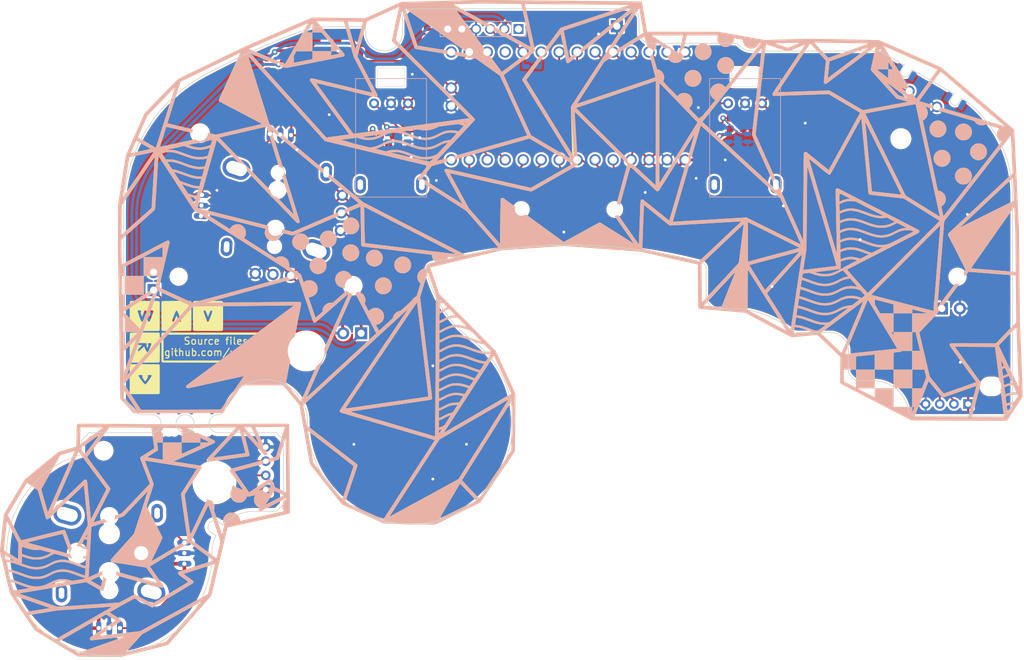
<source format=kicad_pcb>
(kicad_pcb (version 20211014) (generator pcbnew)
  (layers (0 "F.Cu" signal) (31 "B.Cu" signal) (36 "B.SilkS" user "B.Silkscreen") (37 "F.SilkS" user "F.Silkscreen") (38 "B.Mask" user) (39 "F.Mask" user) (44 "Edge.Cuts" user))
  (net 0 "")
  (net 1 "GND")
  (net 2 "+3V3")
  (net 3 "/C_x")
  (net 4 "/C_y")
  (net 5 "/A")
  (net 6 "/B")
  (net 7 "/X")
  (net 8 "/Y")
  (net 9 "/R")
  (net 10 "/Start")
  (net 11 "/Z")
  (net 12 "/Dleft")
  (net 13 "/Dup")
  (net 14 "/Dright")
  (net 15 "/Ddown")
  (net 16 "/Lanalog")
  (net 17 "/Ranalog")
  (net 18 "/Stick_x")
  (net 19 "/Stick_y")
  (net 20 "/L")
  (net 21 "/Stick_x_filt")
  (net 22 "/Stick_y_filt")
  (net 23 "+5V")
  (net 25 "/Rumble")
  (net 27 "/C_x_filt")
  (net 28 "/C_y_filt")
  (net 29 "Net-(R5-Pad2)")
  (net 30 "Net-(R6-Pad2)")
  (net 31 "Net-(R7-Pad2)")
  (net 32 "Net-(Q1-Pad1)")
  (net 33 "Net-(R10-Pad2)")
  (net 34 "Net-(C6-Pad1)")
  (net 35 "Net-(F1-Pad2)")
  (net 36 "Net-(Q1-Pad3)")
  (net 37 "/Brake")
  (net 38 "Net-(Q3-Pad1)")
  (net 39 "Net-(D2-Pad2)")
  (net 40 "/Data")
  (net 42 "Net-(D1-Pad2)")
  (net 43 "VCC")
  (net 44 "Net-(J4-Pad2)")
  (net 45 "Net-(J4-Pad3)")
  (footprint "PhobGCC_Footprints:ABXY_Contact_Omron_Switch" (layer "F.Cu") (at 153.85 78.35)
    (fp_text reference "SW1" hide)
    (fp_text value "A" hide)
  )
  (footprint "PhobGCC_Footprints:ABXY_Contact_Omron_Switch" (layer "F.Cu") (at 138.65 86.05 41)
    (fp_text reference "SW2" hide)
    (fp_text value "B" hide)
  )
  (footprint "PhobGCC_Footprints:Z_Switch_Edge" (layer "F.Cu") (at 162.751443 62.775 -30)
    (fp_text reference "SW8" hide)
    (fp_text value "1825027-5")
  )
  (footprint "PhobGCC_Footprints:Dpad_Contact_TL3315NF_2" (layer "F.Cu") (at 82.35 108.4 180)
    (fp_text reference "SW9" hide)
    (fp_text value "Dleft" hide)
  )
  (footprint "PhobGCC_Footprints:Dpad_Contact_TL3315NF_2" (layer "F.Cu") (at 90.3 100.45 -90)
    (fp_text reference "SW10" hide)
    (fp_text value "Dup" hide)
  )
  (footprint "PhobGCC_Footprints:Dpad_Contact_TL3315NF_2" (layer "F.Cu") (at 98.25 108.4 180)
    (fp_text reference "SW11" hide)
    (fp_text value "Dright" hide)
  )
  (footprint "PhobGCC_Footprints:Dpad_Contact_TL3315NF_2" (layer "F.Cu") (at 90.3 116.35 -90)
    (fp_text reference "SW12" hide)
    (fp_text value "Ddown" hide)
  )
  (footprint "Capacitor_SMD:C_0603_1608Metric_Pad1.08x0.95mm_HandSolder" (layer "F.Cu") (at 61.8625 74.6)
    (fp_text reference "C11" hide)
    (fp_text value "1u")
  )
  (footprint "PhobGCC_Footprints:GCC_Stickbox_2" (layer "F.Cu") (at 71.405083 78.398232 -3)
    (fp_text reference "U2" hide)
    (fp_text value "2x DRV5053CAQLPGM Hall Effect Sensors")
  )
  (footprint "Capacitors_SMD:C_0603_HandSoldering" (layer "F.Cu") (at 96.1 74.3 180)
    (fp_text reference "C2" hide)
    (fp_text value "0.047u")
  )
  (footprint "Capacitors_SMD:C_0603_HandSoldering" (layer "F.Cu") (at 92.55 71 180)
    (fp_text reference "C1" hide)
    (fp_text value "0.047u")
  )
  (footprint "Capacitors_SMD:C_0603_HandSoldering" (layer "F.Cu") (at 92.6 68.25 180)
    (fp_text reference "C7" hide)
    (fp_text value "0.047u")
  )
  (footprint "Capacitors_SMD:C_0603_HandSoldering" (layer "F.Cu") (at 128.8 63.9)
    (fp_text reference "C3" hide)
    (fp_text value "0.047u")
  )
  (footprint "Capacitors_SMD:C_0603_HandSoldering" (layer "F.Cu") (at 128.5 74)
    (fp_text reference "C4" hide)
    (fp_text value "0.047u")
  )
  (footprint "PhobGCC_Footprints:Start_Contact" (layer "F.Cu") (at 112.6 78.45)
    (fp_text reference "SW5" hide)
    (fp_text value "Start" hide)
  )
  (footprint "PhobGCC_Footprints:ABXY_Contact_Omron_Switch" (layer "F.Cu") (at 149.85 64.25 -63)
    (fp_text reference "SW4" hide)
    (fp_text value "Y" hide)
  )
  (footprint "Connector_PinHeader_2.54mm:PinHeader_1x01_P2.54mm_Vertical" (layer "F.Cu") (at 119.5 52.5)
    (fp_text reference "J3" hide)
    (fp_text value "Conn_01x01_Male")
  )
  (footprint "teensy:Teensy40_Edge_Pins" (layer "F.Cu") (at 112.61 63.77 180)
    (fp_text reference "U1" hide)
    (fp_text value "Teensy4.0")
  )
  (footprint "PhobGCC_Footprints:MountingHole_5.2mm" (layer "F.Cu") (at 75.6 98.4)
    (fp_text reference "H1" hide)
    (fp_text value "5.2mm")
  )
  (footprint "PhobGCC_Footprints:MountingHole_2.0mm" (layer "F.Cu") (at 57.6 87.9)
    (fp_text reference "H3" hide)
    (fp_text value "2mm")
  )
  (footprint "PhobGCC_Footprints:MountingHole_1.8mm" (layer "F.Cu") (at 106 78.4)
    (fp_text reference "H5" hide)
    (fp_text value "1.8mm")
  )
  (footprint "PhobGCC_Footprints:MountingHole_1.8mm" (layer "F.Cu") (at 119.2 78.4)
    (fp_text reference "H6" hide)
    (fp_text value "1.8mm")
  )
  (footprint "PhobGCC_Footprints:MountingHole_2.4mm" (layer "F.Cu") (at 159.6 68.4)
    (fp_text reference "H7" hide)
    (fp_text value "2.4mm")
  )
  (footprint "PhobGCC_Footprints:MountingHole_2.0mm" (layer "F.Cu") (at 167.6 87.9)
    (fp_text reference "H4" hide)
    (fp_text value "2mm")
  )
  (footprint "PhobGCC_Footprints:MountingHole_2.2mm" (layer "F.Cu") (at 60.616622 67.616621)
    (fp_text reference "H8" hide)
    (fp_text value "2.2mm")
  )
  (footprint "PhobGCC_Footprints:ABXY_Contact_Omron_Switch" (layer "F.Cu") (at 168.15 74.95 12)
    (fp_text reference "SW3" hide)
    (fp_text value "X" hide)
  )
  (footprint "PhobGCC_Footprints:Slot" (layer "F.Cu") (at 172.4 103.4)
    (fp_text reference "H2" hide)
    (fp_text value "Slot")
  )
  (footprint "PhobGCC_Footprints:MountingHole_2.2mm" (layer "F.Cu") (at 82.183378 89.183378)
    (fp_text reference "H9" hide)
    (fp_text value "2.2mm")
  )
  (footprint "Capacitors_SMD:C_0603_HandSoldering" (layer "F.Cu") (at 122.5 75)
    (fp_text reference "C5" hide)
    (fp_text value "0.047u")
  )
  (footprint "Resistor_SMD:R_0603_1608Metric_Pad0.98x0.95mm_HandSolder" (layer "F.Cu") (at 92.325 77.5 180)
    (fp_text reference "R2" hide)
    (fp_text value "2k")
  )
  (footprint "Resistor_SMD:R_0603_1608Metric_Pad0.98x0.95mm_HandSolder" (layer "F.Cu") (at 86.325 69.5 180)
    (fp_text reference "R1" hide)
    (fp_text value "2k")
  )
  (footprint "Capacitors_SMD:C_0603_HandSoldering" (layer "F.Cu") (at 114.4 53.6)
    (fp_text reference "C6" hide)
    (fp_text value "10u")
  )
  (footprint "Capacitor_SMD:C_0603_1608Metric_Pad1.08x0.95mm_HandSolder" (layer "F.Cu") (at 132.65 71.4)
    (fp_text reference "C8" hide)
    (fp_text value "1u")
  )
  (footprint "Capacitor_SMD:C_0603_1608Metric_Pad1.08x0.95mm_HandSolder" (layer "F.Cu") (at 169 100 90)
    (fp_text reference "C12" hide)
    (fp_text value "1u")
  )
  (footprint "Capacitor_SMD:C_0603_1608Metric_Pad1.08x0.95mm_HandSolder" (layer "F.Cu") (at 145.25 77.9 180)
    (fp_text reference "C10" hide)
    (fp_text value "1u")
  )
  (footprint "PhobGCC_Footprints:MountingHole_2.0mm" (layer "F.Cu") (at 52.304214 126.98)
    (fp_text reference "H13" hide)
    (fp_text value "MountingHole")
  )
  (footprint "Resistor_SMD:R_1206_3216Metric" (layer "F.Cu") (at 78.5375 54.2)
    (fp_text reference "F1" hide)
    (fp_text value "Fuse")
  )
  (footprint "Resistor_SMD:R_0603_1608Metric_Pad0.98x0.95mm_HandSolder" (layer "F.Cu") (at 92.8 59.5)
    (fp_text reference "R14" hide)
    (fp_text value "10k")
  )
  (footprint "Resistor_SMD:R_0603_1608Metric_Pad0.98x0.95mm_HandSolder" (layer "F.Cu") (at 136.4125 67 180)
    (fp_text reference "R7" hide)
    (fp_text value "DNP")
  )
  (footprint "Capacitor_SMD:C_0603_1608Metric_Pad1.08x0.95mm_HandSolder" (layer "F.Cu") (at 75.4 68.8625 -90)
    (fp_text reference "C13" hide)
    (fp_text value "1u")
  )
  (footprint "Diode_SMD:D_SOD-123" (layer "F.Cu") (at 110 53.6 180)
    (fp_text reference "D3" hide)
    (fp_text value "M7C")
  )
  (footprint "Resistor_SMD:R_0603_1608Metric_Pad0.98x0.95mm_HandSolder" (layer "F.Cu") (at 130.5 77.5)
    (fp_text reference "R3" hide)
    (fp_text value "2k")
  )
  (footprint "Resistor_SMD:R_0603_1608Metric_Pad0.98x0.95mm_HandSolder" (layer "F.Cu") (at 125.375 79)
    (fp_text reference "R4" hide)
    (fp_text value "2k")
  )
  (footprint "Resistor_SMD:R_0603_1608Metric_Pad0.98x0.95mm_HandSolder" (layer "F.Cu") (at 133.0875 66.5 180)
    (fp_text reference "R8" hide)
    (fp_text value "DNP")
  )
  (footprint "PhobGCC_Footprints:MountingHole_5.2mm" (layer "F.Cu") (at 62.654214 116.98)
    (fp_text reference "H11" hide)
    (fp_text value "MountingHole")
  )
  (footprint "PhobGCC_Footprints:GCC_Stickbox_Hall_Only" (layer "F.Cu") (at 47.804214 126.98 180)
    (fp_text reference "U5" hide)
    (fp_text value "Stickbox_Assembly")
  )
  (footprint "PhobGCC_Footprints:MountingHole_2.0mm" (layer "F.Cu") (at 43.304214 126.98)
    (fp_text reference "H12" hide)
    (fp_text value "MountingHole")
  )
  (footprint "wavbrd_library:cstick_backsilk" (layer "F.Cu") (at 52.55 125.2)
    (fp_text reference "cBS")
    (fp_text value "LOGO" hide)
  )
  (footprint "Package_TO_SOT_SMD:SOT-23" (layer "F.Cu") (at 82.4 57.4 -90)
    (fp_text reference "Q3" hide)
    (fp_text value "Q_NMOS_GSD")
  )
  (footprint "Resistor_SMD:R_0603_1608Metric_Pad0.98x0.95mm_HandSolder" (layer "F.Cu") (at 70.2 57.9 90)
    (fp_text reference "R13" hide)
    (fp_text value "10k")
  )
  (footprint "Capacitor_SMD:C_0603_1608Metric_Pad1.08x0.95mm_HandSolder" (layer "F.Cu") (at 80.8625 65 180)
    (fp_text reference "C9" hide)
    (fp_text value "1u")
  )
  (footprint "wavbrd_library:cstick_silk" (layer "F.Cu") (at 52.55 125.2)
    (fp_text reference "cFS")
    (fp_text value "LOGO" hide)
  )
  (footprint "Resistor_SMD:R_0603_1608Metric_Pad0.98x0.95mm_HandSolder" (layer "F.Cu") (at 83.0875 68)
    (fp_text reference "R5" hide)
    (fp_text value "DNP")
  )
  (footprint "Resistor_SMD:R_0603_1608Metric_Pad0.98x0.95mm_HandSolder" (layer "F.Cu") (at 92.7 53.5875 -90)
    (fp_text reference "R15" hide)
    (fp_text value "10k")
  )
  (footprint "Connector_PinHeader_2.54mm:PinHeader_1x02_P2.54mm_Vertical" (layer "F.Cu") (at 83.375 95.9 -90)
    (fp_text reference "J5" hide)
    (fp_text value "Conn_01x02_Male")
  )
  (footprint "Resistor_SMD:R_0603_1608Metric_Pad0.98x0.95mm_HandSolder" (layer "F.Cu") (at 84.5875 65.5)
    (fp_text reference "R6" hide)
    (fp_text value "DNP")
  )
  (footprint "agile_65:mouse-bite-2.54mm-slot" (layer "F.Cu") (at 56.18 108.68)
    (fp_text reference "mouse-bite-2.54mm-slot" hide)
    (fp_text value "VAL**" hide)
    (fp_arc (start -2.33 -1.27) (mid -1.06 0) (end -2.33 1.27) (layer "Edge.Cuts") (width 0.1))
    (fp_arc (start 2.33 1.27) (mid 1.06 0) (end 2.33 -1.27) (layer "Edge.Cuts") (width 0.1))
  )
  (footprint "wavbrd_library:wavbrd_silk" (layer "F.Cu") (at 112.4 85.6)
    (fp_text reference "wFS")
    (fp_text value "LOGO" hide)
  )
  (footprint "Package_TO_SOT_SMD:SOT-23" (layer "F.Cu") (at 77.5 57.2 180)
    (fp_text reference "Q1" hide)
    (fp_text value "Q_NMOS_GSD")
  )
  (footprint "Diode_SMD:D_SOD-123" (layer "F.Cu") (at 82.4 92.8 180)
    (fp_text reference "D2" hide)
    (fp_text value "M7C")
  )
  (footprint "PhobGCC_Footprints:MountingHole_1.8mm" (layer "F.Cu") (at 47 112.5)
    (fp_text reference "H10" hide)
    (fp_text value "MountingHole")
  )
  (footprint "Resistor_SMD:R_0603_1608Metric_Pad0.98x0.95mm_HandSolder" (layer "F.Cu") (at 92.8 56.1 180)
    (fp_text reference "R11" hide)
    (fp_text value "100R")
  )
  (footprint "Resistor_SMD:R_0603_1608Metric_Pad0.98x0.95mm_HandSolder" (layer "F.Cu") (at 136.4125 65.5 180)
    (fp_text reference "R10" hide)
    (fp_text value "DNP")
  )
  (footprint "wavbrd_library:wavbrd_backsilk" (layer "F.Cu") (at 112.4 85.6)
    (fp_text reference "wBS")
    (fp_text value "LOGO" hide)
  )
  (footprint "Connector_PinHeader_2.00mm:PinHeader_1x04_P2.00mm_Vertical" (layer "F.Cu") (at 69.904214 117.98 180)
    (fp_text reference "J4" hide)
    (fp_text value "Conn_01x04_Male")
  )
  (footprint "agile_65:mouse-bite-2.54mm-slot" (layer "F.Cu") (at 60.84 108.68)
    (fp_text reference "mouse-bite-2.54mm-slot" hide)
    (fp_text value "VAL**" hide)
    (fp_arc (start 2.33 1.27) (mid 1.06 0) (end 2.33 -1.27) (layer "Edge.Cuts") (width 0.1))
    (fp_arc (start -2.33 -1.27) (mid -1.06 0) (end -2.33 1.27) (layer "Edge.Cuts") (width 0.1))
  )
  (footprint "Resistor_SMD:R_0603_1608Metric_Pad0.98x0.95mm_HandSolder" (layer "F.Cu") (at 87 68)
    (fp_text reference "R9" hide)
    (fp_text value "DNP")
  )
  (footprint "Package_TO_SOT_SMD:SOT-23" (layer "F.Cu") (at 73.2 56.9 180)
    (fp_text reference "Q2" hide)
    (fp_text value "Q_PMOS_GDS")
  )
  (footprint "Resistor_SMD:R_0603_1608Metric_Pad0.98x0.95mm_HandSolder" (layer "F.Cu") (at 92.8 57.8 180)
    (fp_text reference "R12" hide)
    (fp_text value "100R")
  )
  (footprint "Pin_Headers:Pin_Header_Straight_1x02_Pitch2.54mm" (layer "B.Cu") (at 54.05 89.8)
    (fp_text reference "SW6" hide)
    (fp_text value "L")
  )
  (footprint "Pin_Headers:Pin_Header_Straight_1x02_Pitch2.54mm" (layer "B.Cu") (at 165.4 92.4 -90)
    (fp_text reference "SW7" hide)
    (fp_text value "R")
  )
  (footprint "PhobGCC_Footprints:GCC_Slider" (layer "B.Cu") (at 137.6 63.4 180)
    (fp_text reference "RV2" hide)
    (fp_text value "R_POT_MountingPin")
  )
  (footprint "PhobGCC_Footprints:GCC_Slider" (layer "B.Cu") (at 87.6 63.4 180)
    (fp_text reference "RV1" hide)
    (fp_text value "R_POT_MountingPin")
  )
  (footprint "Pin_Headers:Pin_Header_Straight_1x04_Pitch2.00mm" (layer "B.Cu") (at 169.1 105.9 90)
    (fp_text reference "J2" hide)
    (fp_text value "Conn_01x04_Female")
  )
  (footprint "PhobGCC_Footprints:GCC_Header_Straight_1x06_Pitch2.00mm" (layer "B.Cu") (at 105.6 52.9 90)
    (fp_text reference "J1" hide)
    (fp_text value "Conn_01x06_Female")
  )
  (footprint "Gamecube MB:D_SOD-523_Shorted" (layer "B.Cu") (at 107.5 58.2)
    (fp_text reference "D1" hide)
    (fp_text value "D_Schottky_Shorted")
  )
  (footprint "PhobGCC_Footprints:Sharp_Microelectronics-GP2S60-MFG" (layer "B.Cu") (at 88.6 68.275 180)
    (fp_text reference "U3" hide)
    (fp_text value "GP2S60-MFG" hide)
  )
  (footprint "PhobGCC_Footprints:Sharp_Microelectronics-GP2S60-MFG" (layer "B.Cu") (at 136.6 68.275 180)
    (fp_text reference "U4" hide)
    (fp_text value "GP2S60-MFG" hide)
  )
  (gr_line (start 85.7 61) (end 85.7 58.4) (layer "Edge.Cuts") (width 0.05))
  (gr_line (start 135.7 61) (end 135.7 58.4) (layer "Edge.Cuts") (width 0.05))
  (gr_line (start 161.660995 107.607107) (end 173.942892 107.607107) (layer "Edge.Cuts") (width 0.1))
  (gr_line (start 166.697895 62.732132) (end 167.096672 62.038607) (layer "Edge.Cuts") (width 0.1))
  (gr_arc (start 52.271319 107.41) (mid 51.888078 107.333078) (end 51.564213 107.114213) (layer "Edge.Cuts") (width 0.1))
  (gr_line (start 152.207106 98.407107) (end 152.207106 101.192893) (layer "Edge.Cuts") (width 0.1))
  (gr_line (start 153.621319 102.607107) (end 155.744915 102.607107) (layer "Edge.Cuts") (width 0.1))
  (gr_line (start 68.204214 121.08) (end 71.404214 121.08) (layer "Edge.Cuts") (width 0.1))
  (gr_line (start 160.074731 58.000991) (end 156.838573 56.1402) (layer "Edge.Cuts") (width 0.1))
  (gr_line (start 53.85 109.95) (end 44.94 109.95) (layer "Edge.Cuts") (width 0.1))
  (gr_arc (start 167.824873 63.380144) (mid 166.937378 63.619627) (end 166.697895 62.732132) (layer "Edge.Cuts") (width 0.1))
  (gr_line (start 135.7 58.4) (end 139.5 58.4) (layer "Edge.Cuts") (width 0.05))
  (gr_arc (start 49.857105 78.407105) (mid 52.89857 67.369144) (end 61.164446 59.446874) (layer "Edge.Cuts") (width 0.1))
  (gr_line (start 174.649999 107.314213) (end 175.064212 106.9) (layer "Edge.Cuts") (width 0.1))
  (gr_line (start 161.201709 58.649003) (end 160.802932 59.342529) (layer "Edge.Cuts") (width 0.1))
  (gr_line (start 89.5 61) (end 85.7 61) (layer "Edge.Cuts") (width 0.05))
  (gr_arc (start 62.304214 126.98) (mid 62.442746 125.708653) (end 62.852107 124.497069) (layer "Edge.Cuts") (width 0.1))
  (gr_arc (start 131.359616 85.813703) (mid 131.898469 86.16995) (end 132.107106 86.781297) (layer "Edge.Cuts") (width 0.1))
  (gr_arc (start 92.608864 87.15648) (mid 92.720453 86.410866) (end 93.320992 85.955076) (layer "Edge.Cuts") (width 0.1))
  (gr_arc (start 89.207106 53.407107) (mid 86.607106 56.007107) (end 84.007106 53.407107) (layer "Edge.Cuts") (width 0.1))
  (gr_line (start 89.207106 51.450963) (end 89.207106 53.407107) (layer "Edge.Cuts") (width 0.1))
  (gr_arc (start 89.207106 51.450963) (mid 89.283226 51.068279) (end 89.499999 50.743856) (layer "Edge.Cuts") (width 0.1))
  (gr_arc (start 63.849824 122.998883) (mid 65.824833 121.580634) (end 68.204214 121.08) (layer "Edge.Cuts") (width 0.1))
  (gr_line (start 168.607106 62.907107) (end 168.22365 62.68662) (layer "Edge.Cuts") (width 0.1))
  (gr_arc (start 133.521318 92.407107) (mid 133.138635 92.330986) (end 132.814212 92.114213) (layer "Edge.Cuts") (width 0.1))
  (gr_arc (start 93.320992 85.955077) (mid 112.331099 83.40762) (end 131.359616 85.813703) (layer "Edge.Cuts") (width 0.1))
  (gr_arc (start 138.607106 56.007107) (mid 137.591534 55.800559) (end 136.737319 55.213733) (layer "Edge.Cuts") (width 0.1))
  (gr_line (start 132.399999 91.7) (end 132.814212 92.114213) (layer "Edge.Cuts") (width 0.1))
  (gr_line (start 49.857106 78.407107) (end 49.857106 104.992893) (layer "Edge.Cuts") (width 0.1))
  (gr_arc (start 122.314213 50.743856) (mid 122.530986 51.068279) (end 122.607106 51.450963) (layer "Edge.Cuts") (width 0.1))
  (gr_line (start 63.849824 122.998883) (end 63.149314 122.532378) (layer "Edge.Cuts") (width 0.1))
  (gr_line (start 152.499999 101.9) (end 152.914212 102.314213) (layer "Edge.Cuts") (width 0.1))
  (gr_arc (start 168.607106 62.907107) (mid 173.575565 68.860378) (end 175.357106 76.407107) (layer "Edge.Cuts") (width 0.1))
  (gr_arc (start 76.443548 52.638395) (mid 76.609241 52.594793) (end 76.779945 52.580115) (layer "Edge.Cuts") (width 0.1))
  (gr_line (start 89.914212 50.329643) (end 89.499999 50.743856) (layer "Edge.Cuts") (width 0.1))
  (gr_arc (start 135.607106 92.407106) (mid 140.249987 93.223411) (end 144.335996 95.574417) (layer "Edge.Cuts") (width 0.1))
  (gr_line (start 44.94 109.95) (end 43.904214 110.985786) (layer "Edge.Cuts") (width 0.1))
  (gr_arc (start 144.977271 95.807106) (mid 144.636178 95.747135) (end 144.335996 95.574417) (layer "Edge.Cuts") (width 0.1))
  (gr_line (start 168.22365 62.68662) (end 167.824873 63.380145) (layer "Edge.Cuts") (width 0.1))
  (gr_line (start 139.5 58.4) (end 139.5 61) (layer "Edge.Cuts") (width 0.05))
  (gr_line (start 122.607106 53.494375) (end 122.607106 51.450963) (layer "Edge.Cuts") (width 0.1))
  (gr_arc (start 124.021319 54.908589) (mid 123.638635 54.832469) (end 123.314212 54.615696) (layer "Edge.Cuts") (width 0.1))
  (gr_line (start 84.007106 52.580115) (end 76.779945 52.580115) (layer "Edge.Cuts") (width 0.1))
  (gr_line (start 122.314212 50.743856) (end 121.899999 50.329643) (layer "Edge.Cuts") (width 0.1))
  (gr_line (start 62.151596 124.030563) (end 62.852107 124.497069) (layer "Edge.Cuts") (width 0.1))
  (gr_arc (start 64.135292 106.694399) (mid 70.711063 102.508705) (end 75.807105 108.407107) (layer "Edge.Cuts") (width 0.1))
  (gr_line (start 85.7 58.4) (end 89.5 58.4) (layer "Edge.Cuts") (width 0.05))
  (gr_arc (start 155.744914 102.607106) (mid 158.972401 103.788293) (end 160.674982 106.773773) (layer "Edge.Cuts") (width 0.1))
  (gr_line (start 167.096672 62.038607) (end 161.201709 58.649003) (layer "Edge.Cuts") (width 0.1))
  (gr_arc (start 122.899999 54.201482) (mid 122.683226 53.877059) (end 122.607106 53.494375) (layer "Edge.Cuts") (width 0.1))
  (gr_line (start 132.107106 86.781297) (end 132.107106 90.992893) (layer "Edge.Cuts") (width 0.1))
  (gr_line (start 43.904214 110.985786) (end 43.904214 113.014328) (layer "Edge.Cuts") (width 0.1))
  (gr_line (start 72.404214 110.98) (end 71.374214 109.95) (layer "Edge.Cuts") (width 0.1))
  (gr_arc (start 98.971544 96.780519) (mid 96.811553 121.366358) (end 75.807105 108.407107) (layer "Edge.Cuts") (width 0.1))
  (gr_arc (start 89.914212 50.329642) (mid 90.238635 50.112869) (end 90.621319 50.036749) (layer "Edge.Cuts") (width 0.1))
  (gr_line (start 84.007106 53.407107) (end 84.007106 52.580115) (layer "Edge.Cuts") (width 0.1))
  (gr_arc (start 153.621318 102.607107) (mid 153.238635 102.530986) (end 152.914212 102.314213) (layer "Edge.Cuts") (width 0.1))
  (gr_line (start 136.01817 54.908589) (end 124.021319 54.908589) (layer "Edge.Cuts") (width 0.1))
  (gr_line (start 63.17 109.95) (end 71.374214 109.95) (layer "Edge.Cuts") (width 0.1))
  (gr_arc (start 61.164445 59.446874) (mid 68.67439 55.751781) (end 76.443548 52.638394) (layer "Edge.Cuts") (width 0.1))
  (gr_line (start 175.357106 106.192893) (end 175.357106 76.407107) (layer "Edge.Cuts") (width 0.1))
  (gr_arc (start 152.499999 101.9) (mid 152.283226 101.575577) (end 152.207106 101.192893) (layer "Edge.Cuts") (width 0.1))
  (gr_arc (start 161.660994 107.607107) (mid 161.015497 107.370869) (end 160.674982 106.773773) (layer "Edge.Cuts") (width 0.1))
  (gr_line (start 121.192892 50.036749) (end 90.621319 50.036749) (layer "Edge.Cuts") (width 0.1))
  (gr_line (start 156.340102 56.007107) (end 138.607106 56.007107) (layer "Edge.Cuts") (width 0.1))
  (gr_line (start 89.5 58.4) (end 89.5 61) (layer "Edge.Cuts") (width 0.05))
  (gr_line (start 50.15 105.7) (end 51.564213 107.114213) (layer "Edge.Cuts") (width 0.1))
  (gr_line (start 159.675954 58.694516) (end 160.074731 58.000991) (layer "Edge.Cuts") (width 0.1))
  (gr_arc (start 160.802932 59.342528) (mid 159.915437 59.582011) (end 159.675954 58.694516) (layer "Edge.Cuts") (width 0.1))
  (gr_line (start 71.404214 121.08) (end 72.404214 120.08) (layer "Edge.Cuts") (width 0.1))
  (gr_line (start 139.5 61) (end 135.7 61) (layer "Edge.Cuts") (width 0.05))
  (gr_arc (start 174.649999 107.314214) (mid 174.325576 107.530987) (end 173.942892 107.607107) (layer "Edge.Cuts") (width 0.1))
  (gr_arc (start 175.357106 106.192894) (mid 175.280985 106.575577) (end 175.064212 106.9) (layer "Edge.Cuts") (width 0.1))
  (gr_arc (start 121.192893 50.036749) (mid 121.575576 50.11287) (end 121.899999 50.329643) (layer "Edge.Cuts") (width 0.1))
  (gr_arc (start 98.971543 96.780519) (mid 94.948818 92.52476) (end 92.608865 87.156481) (layer "Edge.Cuts") (width 0.1))
  (gr_arc (start 149.607106 95.807107) (mid 151.445584 96.568629) (end 152.207106 98.407107) (layer "Edge.Cuts") (width 0.1))
  (gr_line (start 72.404214 120.08) (end 72.404214 110.98) (layer "Edge.Cuts") (width 0.1))
  (gr_arc (start 136.01817 54.908589) (mid 136.408775 54.98803) (end 136.737319 55.213733) (layer "Edge.Cuts") (width 0.1))
  (gr_arc (start 156.340102 56.007106) (mid 156.598069 56.040952) (end 156.838573 56.1402) (layer "Edge.Cuts") (width 0.1))
  (gr_line (start 123.314212 54.615696) (end 122.899999 54.201482) (layer "Edge.Cuts") (width 0.1))
  (gr_arc (start 64.135291 106.694399) (mid 63.77151 107.212538) (end 63.17 107.41) (layer "Edge.Cuts") (width 0.1))
  (gr_line (start 53.85 107.41) (end 52.271319 107.41) (layer "Edge.Cuts") (width 0.1))
  (gr_arc (start 62.304214 126.98) (mid 39.037382 138.530444) (end 43.904214 113.014328) (layer "Edge.Cuts") (width 0.1))
  (gr_arc (start 62.151596 124.030563) (mid 61.901363 122.782612) (end 63.149314 122.532378) (layer "Edge.Cuts") (width 0.1))
  (gr_line (start 144.977271 95.807107) (end 149.607106 95.807107) (layer "Edge.Cuts") (width 0.1))
  (gr_arc (start 132.399999 91.7) (mid 132.183226 91.375577) (end 132.107106 90.992893) (layer "Edge.Cuts") (width 0.1))
  (gr_arc (start 50.149999 105.7) (mid 49.933226 105.375577) (end 49.857106 104.992893) (layer "Edge.Cuts") (width 0.1))
  (gr_line (start 133.521319 92.407107) (end 135.607106 92.407107) (layer "Edge.Cuts") (width 0.1))
  (gr_text "Source files:\ngithub.com/wavtype" (at 63.1 97.8) (layer "F.SilkS") (effects (font (size 1 1))))
  (segment (start 80.654787 56.254787) (end 80.506066 56.106066) (width 0.4) (layer "F.Cu") (net 1))
  (segment (start 81.15625 56.4625) (end 81.45 56.4625) (width 0.4) (layer "F.Cu") (net 1))
  (segment (start 74.3 69.95) (end 74.4125 69.8375) (width 0.25) (layer "F.Cu") (net 1))
  (segment (start 168 100) (end 168.8625 99.1375) (width 0.25) (layer "F.Cu") (net 1))
  (segment (start 74.684099 69.725) (end 75.4 69.725) (width 0.25) (layer "F.Cu") (net 1))
  (segment (start 143 77.9) (end 144.3 77.9) (width 0.4) (layer "F.Cu") (net 1))
  (segment (start 92.925 52.9) (end 95.6 52.9) (width 0.25) (layer "F.Cu") (net 1))
  (segment (start 90.6 59.3) (end 90.7 59.4) (width 0.25) (layer "F.Cu") (net 1))
  (segment (start 130.829289 63.9) (end 129.75 63.9) (width 0.25) (layer "F.Cu") (net 1))
  (segment (start 80.1 56) (end 80.25 56) (width 0.4) (layer "F.Cu") (net 1))
  (segment (start 62.8625 75.5625) (end 63 75.7) (width 0.25) (layer "F.Cu") (net 1))
  (segment (start 116.9 53.6) (end 115.35 53.6) (width 0.4) (layer "F.Cu") (net 1))
  (segment (start 123.5 76) (end 123.5 75.05) (width 0.25) (layer "F.Cu") (net 1))
  (segment (start 130.700002 74) (end 129.45 74) (width 0.25) (layer "F.Cu") (net 1))
  (segment (start 94.000002 74.3) (end 95.15 74.3) (width 0.25) (layer "F.Cu") (net 1))
  (segment (start 62.725 75.230545) (end 62.725 74.6) (width 0.25) (layer "F.Cu") (net 1))
  (segment (start 90.450002 71) (end 91.6 71) (width 0.25) (layer "F.Cu") (net 1))
  (segment (start 78.8625 65) (end 80 65) (width 0.25) (layer "F.Cu") (net 1))
  (segment (start 80.1 56) (end 79.975 56.125) (width 0.4) (layer "F.Cu") (net 1))
  (segment (start 134.8 71.4) (end 133.6 71.4) (width 0.4) (layer "F.Cu") (net 1))
  (segment (start 90.941421 59.5) (end 91.8875 59.5) (width 0.25) (layer "F.Cu") (net 1))
  (segment (start 130.95 63.95) (end 131 64) (width 0.25) (layer "F.Cu") (net 1))
  (segment (start 79.673223 56.25) (end 78.4375 56.25) (width 0.4) (layer "F.Cu") (net 1))
  (via (at 98.25 111.6) (size 0.8) (drill 0.4) (layers "F.Cu" "B.Cu") (net 1))
  (via (at 91.65 68.25) (size 0.8) (drill 0.4) (layers "F.Cu" "B.Cu") (net 1))
  (via (at 80.1 56) (size 0.8) (drill 0.4) (layers "F.Cu" "B.Cu") (net 1))
  (via (at 123.5 76) (size 0.8) (drill 0.4) (layers "F.Cu" "B.Cu") (net 1))
  (via (at 143 77.9) (size 0.8) (drill 0.4) (layers "F.Cu" "B.Cu") (net 1))
  (via (at 94.000002 74.3) (size 0.8) (drill 0.4) (layers "F.Cu" "B.Cu") (net 1))
  (via (at 112 81.6) (size 0.8) (drill 0.4) (layers "F.Cu" "B.Cu") (net 1))
  (via (at 63 75.7) (size 0.8) (drill 0.4) (layers "F.Cu" "B.Cu") (net 1))
  (via (at 93.5 116.5) (size 0.8) (drill 0.4) (layers "F.Cu" "B.Cu") (net 1))
  (via (at 78.8625 65) (size 0.8) (drill 0.4) (layers "F.Cu" "B.Cu") (net 1))
  (via (at 130.700002 74) (size 0.8) (drill 0.4) (layers "F.Cu" "B.Cu") (net 1))
  (via (at 90.6 59.3) (size 0.8) (drill 0.4) (layers "F.Cu" "B.Cu") (net 1))
  (via (at 169 79.1) (size 0.8) (drill 0.4) (layers "F.Cu" "B.Cu") (net 1))
  (via (at 131 64) (size 0.8) (drill 0.4) (layers "F.Cu" "B.Cu") (net 1))
  (via (at 146.1 66.2) (size 0.8) (drill 0.4) (layers "F.Cu" "B.Cu") (net 1))
  (via (at 153.85 82.65) (size 0.8) (drill 0.4) (layers "F.Cu" "B.Cu") (net 1))
  (via (at 93.5 100.5) (size 0.8) (drill 0.4) (layers "F.Cu" "B.Cu") (net 1))
  (via (at 116.9 53.6) (size 0.8) (drill 0.4) (layers "F.Cu" "B.Cu") (net 1))
  (via (at 90.450002 71) (size 0.8) (drill 0.4) (layers "F.Cu" "B.Cu") (net 1))
  (via (at 134.8 71.4) (size 0.8) (drill 0.4) (layers "F.Cu" "B.Cu") (net 1))
  (via (at 74.3 69.95) (size 0.8) (drill 0.4) (layers "F.Cu" "B.Cu") (net 1))
  (via (at 141.4 89.3) (size 0.8) (drill 0.4) (layers "F.Cu" "B.Cu") (net 1))
  (via (at 168 100) (size 0.8) (drill 0.4) (layers "F.Cu" "B.Cu") (net 1))
  (via (at 82.35 111.6) (size 0.8) (drill 0.4) (layers "F.Cu" "B.Cu") (net 1))
  (arc (start 74.684099 69.725) (mid 74.53711 69.754237) (end 74.4125 69.8375) (width 0.25) (layer "F.Cu") (net 1))
  (arc (start 79.975 56.125) (mid 79.836543 56.217513) (end 79.673223 56.25) (width 0.4) (layer "F.Cu") (net 1))
  (arc (start 90.7 59.4) (mid 90.810764 59.47401) (end 90.941421 59.5) (width 0.25) (layer "F.Cu") (net 1))
  (arc (start 62.725 75.230545) (mid 62.760735 75.410197) (end 62.8625 75.5625) (width 0.25) (layer "F.Cu") (net 1))
  (arc (start 80.506066 56.106066) (mid 80.388581 56.027565) (end 80.25 56) (width 0.4) (layer "F.Cu") (net 1))
  (arc (start 80.654787 56.254787) (mid 80.88486 56.408517) (end 81.15625 56.4625) (width 0.4) (layer "F.Cu") (net 1))
  (arc (start 130.95 63.95) (mid 130.894617 63.912994) (end 130.829289 63.9) (width 0.25) (layer "F.Cu") (net 1))
  (segment (start 90.668413 68.825) (end 89.95 68.825) (width 0.25) (layer "B.Cu") (net 1))
  (segment (start 91.3625 68.5375) (end 91.65 68.25) (width 0.25) (layer "B.Cu") (net 1))
  (arc (start 91.3625 68.5375) (mid 91.04405 68.750281) (end 90.668413 68.825) (width 0.25) (layer "B.Cu") (net 1))
  (segment (start 137.924087 77.5) (end 131.325 77.5) (width 0.25) (layer "F.Cu") (net 3))
  (segment (start 140.102206 78.402206) (end 167.1 105.4) (width 0.25) (layer "F.Cu") (net 3))
  (arc (start 140.102206 78.402206) (mid 139.102876 77.734476) (end 137.924087 77.5) (width 0.25) (layer "F.Cu") (net 3))
  (segment (start 138.415927 79) (end 126.2 79) (width 0.25) (layer "F.Cu") (net 4))
  (segment (start 165.1 105.2) (end 165.1 105.9) (width 0.25) (layer "F.Cu") (net 4))
  (segment (start 140.437266 79.837266) (end 164.605025 104.005025) (width 0.25) (layer "F.Cu") (net 4))
  (arc (start 140.437266 79.837266) (mid 139.509868 79.217598) (end 138.415927 79) (width 0.25) (layer "F.Cu") (net 4))
  (arc (start 164.605025 104.005025) (mid 164.97136 104.553284) (end 165.1 105.2) (width 0.25) (layer "F.Cu") (net 4))
  (segment (start 141.5 63.792893) (end 141.5 63.064429) (width 0.25) (layer "F.Cu") (net 5))
  (segment (start 144.084924 72.2) (end 152.057537 72.2) (width 0.25) (layer "F.Cu") (net 5))
  (segment (start 141.55 71.15) (end 141.29077 70.89077) (width 0.25) (layer "F.Cu") (net 5))
  (segment (start 140.5 68.981683) (end 140.5 66.207109) (width 0.25) (layer "F.Cu") (net 5))
  (segment (start 153.85 73.25) (end 153.325 72.725) (width 0.25) (layer "F.Cu") (net 5))
  (segment (start 134.951035 60.951038) (end 134.374994 60.374994) (width 0.25) (layer "F.Cu") (net 5))
  (segment (start 118.026196 57.756196) (end 116.42 56.15) (width 0.25) (layer "F.Cu") (net 5))
  (segment (start 131.900412 59.349989) (end 121.873952 59.349989) (width 0.25) (layer "F.Cu") (net 5))
  (segment (start 139.83557 61.4) (end 136.034921 61.4) (width 0.25) (layer "F.Cu") (net 5))
  (arc (start 121.873952 59.349989) (mid 119.791561 58.935775) (end 118.026196 57.756196) (width 0.25) (layer "F.Cu") (net 5))
  (arc (start 141.55 71.15) (mid 142.713033 71.927113) (end 144.084924 72.2) (width 0.25) (layer "F.Cu") (net 5))
  (arc (start 134.374994 60.374994) (mid 133.239646 59.616379) (end 131.900412 59.349989) (width 0.25) (layer "F.Cu") (net 5))
  (arc (start 153.325 72.725) (mid 152.743483 72.336443) (end 152.057537 72.2) (width 0.25) (layer "F.Cu") (net 5))
  (arc (start 141.0125 61.8875) (mid 140.47252 61.526697) (end 139.83557 61.4) (width 0.25) (layer "F.Cu") (net 5))
  (arc (start 141 65) (mid 141.370054 64.446174) (end 141.5 63.792893) (width 0.25) (layer "F.Cu") (net 5))
  (arc (start 136.034921 61.4) (mid 135.448326 61.283319) (end 134.951035 60.951038) (width 0.25) (layer "F.Cu") (net 5))
  (arc (start 140.5 66.207109) (mid 140.629946 65.553825) (end 141 65) (width 0.25) (layer "F.Cu") (net 5))
  (arc (start 141.5 63.064429) (mid 141.373302 62.427479) (end 141.0125 61.8875) (width 0.25) (layer "F.Cu") (net 5))
  (arc (start 140.5 68.981683) (mid 140.705514 70.014874) (end 141.29077 70.89077) (width 0.25) (layer "F.Cu") (net 5))
  (segment (start 133.387585 80.373253) (end 135.894552 82.88022) (width 0.25) (layer "F.Cu") (net 6))
  (segment (start 132.486472 80) (end 124.132232 80) (width 0.25) (layer "F.Cu") (net 6))
  (segment (start 114.235 71.39) (end 113.88 71.39) (width 0.25) (layer "F.Cu") (net 6))
  (segment (start 114.841022 71.641022) (end 122.540812 79.340812) (width 0.25) (layer "F.Cu") (net 6))
  (arc (start 122.540812 79.340812) (mid 123.270962 79.828682) (end 124.132232 80) (width 0.25) (layer "F.Cu") (net 6))
  (arc (start 133.387585 80.373253) (mid 132.974151 80.097005) (end 132.486472 80) (width 0.25) (layer "F.Cu") (net 6))
  (arc (start 114.841022 71.641022) (mid 114.562976 71.455238) (end 114.235 71.39) (width 0.25) (layer "F.Cu") (net 6))
  (segment (start 132.211136 57.849958) (end 126.942009 57.849958) (width 0.25) (layer "F.Cu") (net 7))
  (segment (start 154.591384 57.791384) (end 167.5 70.7) (width 0.25) (layer "F.Cu") (net 7))
  (segment (start 124.889979 56.999979) (end 124.04 56.15) (width 0.25) (layer "F.Cu") (net 7))
  (segment (start 134.263142 56.999989) (end 152.680787 56.999989) (width 0.25) (layer "F.Cu") (net 7))
  (arc (start 124.889979 56.999979) (mid 125.831458 57.629055) (end 126.942009 57.849958) (width 0.25) (layer "F.Cu") (net 7))
  (arc (start 134.263142 56.999989) (mid 133.707873 57.110438) (end 133.237139 57.424973) (width 0.25) (layer "F.Cu") (net 7))
  (arc (start 154.591384 57.791384) (mid 153.714795 57.205666) (end 152.680787 56.999989) (width 0.25) (layer "F.Cu") (net 7))
  (arc (start 133.237139 57.424973) (mid 132.766404 57.739507) (end 132.211136 57.849958) (width 0.25) (layer "F.Cu") (net 7))
  (segment (start 151.536981 57.5) (end 134.470253 57.5) (width 0.25) (layer "F.Cu") (net 8))
  (segment (start 154.5 60.026772) (end 154.5 61.457318) (width 0.25) (layer "F.Cu") (net 8))
  (segment (start 132.418248 58.349968) (end 125.25558 58.349968) (width 0.25) (layer "F.Cu") (net 8))
  (segment (start 122.599984 57.249984) (end 121.5 56.15) (width 0.25) (layer "F.Cu") (net 8))
  (segment (start 154.12753 59.127536) (end 153.180996 58.180983) (width 0.25) (layer "F.Cu") (net 8))
  (arc (start 133.444251 57.924984) (mid 132.973516 58.239518) (end 132.418248 58.349968) (width 0.25) (layer "F.Cu") (net 8))
  (arc (start 122.599984 57.249984) (mid 123.818381 58.064091) (end 125.25558 58.349968) (width 0.25) (layer "F.Cu") (net 8))
  (arc (start 153.180996 58.180983) (mid 152.426717 57.676982) (end 151.536981 57.5) (width 0.25) (layer "F.Cu") (net 8))
  (arc (start 134.470253 57.5) (mid 133.914984 57.610449) (end 133.444251 57.924984) (width 0.25) (layer "F.Cu") (net 8))
  (arc (start 154.12753 59.127536) (mid 154.403199 59.54011) (end 154.5 60.026772) (width 0.25) (layer "F.Cu") (net 8))
  (segment (start 118.96 56.15) (end 120.309989 57.499989) (width 0.25) (layer "F.Cu") (net 9))
  (segment (start 141.1 68.612667) (end 141.1 66.726233) (width 0.25) (layer "F.Cu") (net 9))
  (segment (start 165.4 81.847506) (end 165.4 92.4) (width 0.25) (layer "F.Cu") (net 9))
  (segment (start 142.5 61.42317) (end 142.5 63.84259) (width 0.25) (layer "F.Cu") (net 9))
  (segment (start 135.801025 58) (end 139.039291 58) (width 0.25) (layer "F.Cu") (net 9))
  (segment (start 123.56915 58.849978) (end 133.748996 58.849978) (width 0.25) (layer "F.Cu") (net 9))
  (segment (start 140.190931 58.477025) (end 141.119848 59.405942) (width 0.25) (layer "F.Cu") (net 9))
  (segment (start 141.119848 59.405942) (end 142.049515 60.335606) (width 0.25) (layer "F.Cu") (net 9))
  (segment (start 156.837821 72.337821) (end 164.730012 80.230012) (width 0.25) (layer "F.Cu") (net 9))
  (segment (start 141.798149 70.298149) (end 142.150966 70.650966) (width 0.25) (layer "F.Cu") (net 9))
  (segment (start 144.200714 71.5) (end 154.815142 71.5) (width 0.25) (layer "F.Cu") (net 9))
  (segment (start 141.900966 65.288785) (end 141.550053 65.639701) (width 0.25) (layer "F.Cu") (net 9))
  (arc (start 139.039291 58) (mid 139.662554 58.123975) (end 140.190931 58.477025) (width 0.25) (layer "F.Cu") (net 9))
  (arc (start 134.775011 58.424989) (mid 135.24575 58.110451) (end 135.801025 58) (width 0.25) (layer "F.Cu") (net 9))
  (arc (start 142.049515 60.335606) (mid 142.382923 60.834584) (end 142.5 61.42317) (width 0.25) (layer "F.Cu") (net 9))
  (arc (start 154.815142 71.5) (mid 155.909808 71.717743) (end 156.837821 72.337821) (width 0.25) (layer "F.Cu") (net 9))
  (arc (start 133.748996 58.849978) (mid 134.304271 58.739526) (end 134.775011 58.424989) (width 0.25) (layer "F.Cu") (net 9))
  (arc (start 142.150966 70.650966) (mid 143.091398 71.279343) (end 144.200714 71.5) (width 0.25) (layer "F.Cu") (net 9))
  (arc (start 164.730012 80.230012) (mid 165.225876 80.972125) (end 165.4 81.847506) (width 0.25) (layer "F.Cu") (net 9))
  (arc (start 141.550053 65.639701) (mid 141.216964 66.138207) (end 141.1 66.726233) (width 0.25) (layer "F.Cu") (net 9))
  (arc (start 142.5 63.84259) (mid 142.344316 64.625265) (end 141.900966 65.288785) (width 0.25) (layer "F.Cu") (net 9))
  (arc (start 141.1 68.612667) (mid 141.281443 69.524843) (end 141.798149 70.298149) (width 0.25) (layer "F.Cu") (net 9))
  (arc (start 120.309989 57.499989) (mid 121.805304 58.499127) (end 123.56915 58.849978) (width 0.25) (layer "F.Cu") (net 9))
  (segment (start 113.1 74.675) (end 113.1 75.25) (width 0.25) (layer "F.Cu") (net 10))
  (segment (start 111.675875 72.675875) (end 112.693413 73.693413) (width 0.25) (layer "F.Cu") (net 10))
  (segment (start 111.34 71.865) (end 111.34 71.39) (width 0.25) (layer "F.Cu") (net 10))
  (arc (start 111.34 71.865) (mid 111.427291 72.303842) (end 111.675875 72.675875) (width 0.25) (layer "F.Cu") (net 10))
  (arc (start 112.693413 73.693413) (mid 112.994331 74.143769) (end 113.1 74.675) (width 0.25) (layer "F.Cu") (net 10))
  (segment (start 127.179974 56.749974) (end 126.58 56.15) (width 0.25) (layer "F.Cu") (net 11))
  (segment (start 130.384532 57.349948) (end 128.628439 57.349948) (width 0.25) (layer "F.Cu") (net 11))
  (segment (start 132.436544 56.499978) (end 153.634619 56.499978) (width 0.25) (layer "F.Cu") (net 11))
  (segment (start 159.919169 61.419169) (end 155.965432 57.465432) (width 0.25) (layer "F.Cu") (net 11))
  (segment (start 160.476443 61.65) (end 160.802886 61.65) (width 0.25) (layer "F.Cu") (net 11))
  (arc (start 127.179974 56.749974) (mid 127.844535 57.194019) (end 128.628439 57.349948) (width 0.25) (layer "F.Cu") (net 11))
  (arc (start 132.436544 56.499978) (mid 131.881273 56.610427) (end 131.410538 56.924963) (width 0.25) (layer "F.Cu") (net 11))
  (arc (start 130.384532 57.349948) (mid 130.939802 57.239498) (end 131.410538 56.924963) (width 0.25) (layer "F.Cu") (net 11))
  (arc (start 155.965432 57.465432) (mid 154.896046 56.750891) (end 153.634619 56.499978) (width 0.25) (layer "F.Cu") (net 11))
  (arc (start 159.919169 61.419169) (mid 160.174848 61.590008) (end 160.476443 61.65) (width 0.25) (layer "F.Cu") (net 11))
  (segment (start 88.75 85.734463) (end 88.75 93.148366) (width 0.25) (layer "F.Cu") (net 12))
  (segment (start 98.347742 79.977257) (end 106.26 72.064998) (width 0.25) (layer "F.Cu") (net 12))
  (segment (start 93.821535 80.6) (end 96.844307 80.6) (width 0.25) (layer "F.Cu") (net 12))
  (segment (start 82.721231 103.778768) (end 83.425 103.075) (width 0.25) (layer "F.Cu") (net 12))
  (segment (start 82.35 105.2) (end 82.35 104.675) (width 0.25) (layer "F.Cu") (net 12))
  (segment (start 84.5 100.47972) (end 84.5 99.782142) (width 0.25) (layer "F.Cu") (net 12))
  (segment (start 90.188582 82.261418) (end 90.455914 81.994086) (width 0.25) (layer "F.Cu") (net 12))
  (segment (start 106.26 72.064998) (end 106.26 71.39) (width 0.25) (layer "F.Cu") (net 12))
  (segment (start 85.229834 98.020165) (end 87.794251 95.455748) (width 0.25) (layer "F.Cu") (net 12))
  (arc (start 90.188582 82.261418) (mid 89.123875 83.854865) (end 88.75 85.734463) (width 0.25) (layer "F.Cu") (net 12))
  (arc (start 84.5 99.782142) (mid 84.689678 98.828567) (end 85.229834 98.020165) (width 0.25) (layer "F.Cu") (net 12))
  (arc (start 96.844307 80.6) (mid 97.65796 80.438154) (end 98.347742 79.977257) (width 0.25) (layer "F.Cu") (net 12))
  (arc (start 82.35 104.675) (mid 82.446479 104.189963) (end 82.721231 103.778768) (width 0.25) (layer "F.Cu") (net 12))
  (arc (start 83.425 103.075) (mid 84.220616 101.884275) (end 84.5 100.47972) (width 0.25) (layer "F.Cu") (net 12))
  (arc (start 87.794251 95.455748) (mid 88.501609 94.397112) (end 88.75 93.148366) (width 0.25) (layer "F.Cu") (net 12))
  (arc (start 93.821535 80.6) (mid 92.000074 80.962311) (end 90.455914 81.994086) (width 0.25) (layer "F.Cu") (net 12))
  (segment (start 87.665677 97.334323) (end 89.533876 95.46612) (width 0.25) (layer "F.Cu") (net 13))
  (segment (start 87.1 100.45) (end 87.1 98.699989) (width 0.25) (layer "F.Cu") (net 13))
  (segment (start 91.120528 83.329472) (end 91.584606 82.865394) (width 0.25) (layer "F.Cu") (net 13))
  (segment (start 108.8 71.999999) (end 108.8 71.39) (width 0.25) (layer "F.Cu") (net 13))
  (segment (start 90.3 85.3104) (end 90.3 93.616532) (width 0.25) (layer "F.Cu") (net 13))
  (segment (start 99.351341 81.448658) (end 108.8 71.999999) (width 0.25) (layer "F.Cu") (net 13))
  (segment (start 93.19101 82.2) (end 97.537441 82.2) (width 0.25) (layer "F.Cu") (net 13))
  (arc (start 97.537441 82.2) (mid 98.519117 82.004733) (end 99.351341 81.448658) (width 0.25) (layer "F.Cu") (net 13))
  (arc (start 89.533876 95.46612) (mid 90.100891 94.617522) (end 90.3 93.616532) (width 0.25) (layer "F.Cu") (net 13))
  (arc (start 87.1 98.699989) (mid 87.247015 97.960896) (end 87.665677 97.334323) (width 0.25) (layer "F.Cu") (net 13))
  (arc (start 91.120528 83.329472) (mid 90.513249 84.238329) (end 90.3 85.3104) (width 0.25) (layer "F.Cu") (net 13))
  (arc (start 93.19101 82.2) (mid 92.321631 82.37293) (end 91.584606 82.865394) (width 0.25) (layer "F.Cu") (net 13))
  (segment (start 91.25 85.053009) (end 91.25 93.898368) (width 0.25) (layer "F.Cu") (net 14))
  (segment (start 91.853168 83.596832) (end 92.023315 83.426685) (width 0.25) (layer "F.Cu") (net 14))
  (segment (start 97.559811 101.559811) (end 92.205748 96.205748) (width 0.25) (layer "F.Cu") (net 14))
  (segment (start 99.941838 82.150512) (end 109.647676 72.444674) (width 0.25) (layer "F.Cu") (net 14))
  (segment (start 111.693792 61.206206) (end 112.865301 60.034698) (width 0.25) (layer "F.Cu") (net 14))
  (segment (start 110.1 71.352667) (end 110.1 65.053963) (width 0.25) (layer "F.Cu") (net 14))
  (segment (start 98.25 105.2) (end 98.25 103.226075) (width 0.25) (layer "F.Cu") (net 14))
  (segment (start 113.88 57.585) (end 113.88 56.15) (width 0.25) (layer "F.Cu") (net 14))
  (segment (start 93.053424 83) (end 97.890993 83) (width 0.25) (layer "F.Cu") (net 14))
  (arc (start 91.853168 83.596832) (mid 91.406758 84.264932) (end 91.25 85.053009) (width 0.25) (layer "F.Cu") (net 14))
  (arc (start 112.865301 60.034698) (mid 113.616288 58.910767) (end 113.88 57.585) (width 0.25) (layer "F.Cu") (net 14))
  (arc (start 92.205748 96.205748) (mid 91.498391 95.147113) (end 91.25 93.898368) (width 0.25) (layer "F.Cu") (net 14))
  (arc (start 97.890993 83) (mid 99.000902 82.779225) (end 99.941838 82.150512) (width 0.25) (layer "F.Cu") (net 14))
  (arc (start 110.1 65.053963) (mid 110.514213 62.971572) (end 111.693792 61.206206) (width 0.25) (layer "F.Cu") (net 14))
  (arc (start 109.647676 72.444674) (mid 109.982445 71.943657) (end 110.1 71.352667) (width 0.25) (layer "F.Cu") (net 14))
  (arc (start 98.25 103.226075) (mid 98.070626 102.324299) (end 97.559811 101.559811) (width 0.25) (layer "F.Cu") (net 14))
  (arc (start 93.053424 83) (mid 92.495933 83.110892) (end 92.023315 83.426685) (width 0.25) (layer "F.Cu") (net 14))
  (segment (start 93.531576 81.4) (end 97.199715 81.4) (width 0.25) (layer "F.Cu") (net 15))
  (segment (start 107.5 71.316174) (end 107.5 64.953963) (width 0.25) (layer "F.Cu") (net 15))
  (segment (start 85.5 103.336828) (end 85.5 99.654159) (width 0.25) (layer "F.Cu") (net 15))
  (segment (start 89.5 85.595131) (end 89.5 93.202186) (width 0.25) (layer "F.Cu") (net 15))
  (segment (start 90.663283 82.786717) (end 91.002368 82.447632) (width 0.25) (layer "F.Cu") (net 15))
  (segment (start 111.34 57.505) (end 111.34 56.15) (width 0.25) (layer "F.Cu") (net 15))
  (segment (start 86.316112 97.683888) (end 88.58231 95.417687) (width 0.25) (layer "F.Cu") (net 15))
  (segment (start 109.093792 61.106206) (end 110.38187 59.818129) (width 0.25) (layer "F.Cu") (net 15))
  (segment (start 98.907306 80.692693) (end 106.945752 72.654247) (width 0.25) (layer "F.Cu") (net 15))
  (segment (start 87 116.25) (end 87 106.958149) (width 0.25) (layer "F.Cu") (net 15))
  (arc (start 97.199715 81.4) (mid 98.123857 81.216177) (end 98.907306 80.692693) (width 0.25) (layer "F.Cu") (net 15))
  (arc (start 88.58231 95.417687) (mid 89.2615 94.401206) (end 89.5 93.202186) (width 0.25) (layer "F.Cu") (net 15))
  (arc (start 110.38187 59.818129) (mid 111.09099 58.756856) (end 111.34 57.505) (width 0.25) (layer "F.Cu") (net 15))
  (arc (start 86.25 105.147489) (mid 85.694918 104.31675) (end 85.5 103.336828) (width 0.25) (layer "F.Cu") (net 15))
  (arc (start 107.5 64.953963) (mid 107.914213 62.871572) (end 109.093792 61.106206) (width 0.25) (layer "F.Cu") (net 15))
  (arc (start 87 106.958149) (mid 86.805081 105.978226) (end 86.25 105.147489) (width 0.25) (layer "F.Cu") (net 15))
  (arc (start 90.663283 82.786717) (mid 89.802327 84.075228) (end 89.5 85.595131) (width 0.25) (layer "F.Cu") (net 15))
  (arc (start 106.945752 72.654247) (mid 107.355956 72.040334) (end 107.5 71.316174) (width 0.25) (layer "F.Cu") (net 15))
  (arc (start 85.5 99.654159) (mid 85.712101 98.587856) (end 86.316112 97.683888) (width 0.25) (layer "F.Cu") (net 15))
  (arc (start 93.531576 81.4) (mid 92.162779 81.672271) (end 91.002368 82.447632) (width 0.25) (layer "F.Cu") (net 15))
  (segment (start 93.125 67.4) (end 89.624264 67.4) (width 0.25) (layer "F.Cu") (net 16))
  (segment (start 100.32285 67.99285) (end 103.72 71.39) (width 0.25) (layer "F.Cu") (net 16))
  (segment (start 88.25625 68) (end 87.9125 68) (width 0.25) (layer "F.Cu") (net 16))
  (segment (start 93.55 67.825) (end 93.55 68.25) (width 0.25) (layer "F.Cu") (net 16))
  (segment (start 88.843067 67.756932) (end 88.9 67.7) (width 0.25) (layer "F.Cu") (net 16))
  (segment (start 93.125 67.4) (end 93.975 67.4) (width 0.25) (layer "F.Cu") (net 16))
  (segment (start 98.891583 67.4) (end 93.975 67.4) (width 0.25) (layer "F.Cu") (net 16))
  (segment (start 88.9 67.1) (end 85.2 63.4) (width 0.25) (layer "F.Cu") (net 16))
  (arc (start 100.32285 67.99285) (mid 99.666179 67.554077) (end 98.891583 67.4) (width 0.25) (layer "F.Cu") (net 16))
  (arc (start 93.975 67.4) (mid 93.674479 67.524479) (end 93.55 67.825) (width 0.25) (layer "F.Cu") (net 16))
  (arc (start 88.843067 67.756932) (mid 88.573833 67.936828) (end 88.25625 68) (width 0.25) (layer "F.Cu") (net 16))
  (arc (start 93.55 67.825) (mid 93.42552 67.524479) (end 93.125 67.4) (width 0.25) (layer "F.Cu") (net 16))
  (arc (start 89.624264 67.4) (mid 89.232295 67.477967) (end 88.9 67.7) (width 0.25) (layer "F.Cu") (net 16))
  (arc (start 88.9 67.1) (mid 89.232295 67.322032) (end 89.624264 67.4) (width 0.25) (layer "F.Cu") (net 16))
  (arc (start 88.9 67.7) (mid 89.024264 67.4) (end 88.9 67.1) (width 0.25) (layer "F.Cu") (net 16))
  (segment (start 131.9 65.6125) (end 131.9 66.225) (width 0.25) (layer "F.Cu") (net 17))
  (segment (start 128.748106 64.798106) (end 127.85 63.9) (width 0.25) (layer "F.Cu") (net 17))
  (segment (start 132.333102 64.566896) (end 132.898959 64.00104) (width 0.25) (layer "F.Cu") (net 17))
  (segment (start 122.306103 69.443896) (end 127.3 64.45) (width 0.25) (layer "F.Cu") (net 17))
  (segment (start 134.35 63.4) (end 135.2 63.4) (width 0.25) (layer "F.Cu") (net 17))
  (segment (start 127.3 64.45) (end 127.85 63.9) (width 0.25) (layer "F.Cu") (net 17))
  (segment (start 129.235521 65) (end 131.2875 65) (width 0.25) (layer "F.Cu") (net 17))
  (arc (start 132.333102 64.566896) (mid 132.012559 65.046623) (end 131.9 65.6125) (width 0.25) (layer "F.Cu") (net 17))
  (arc (start 134.35 63.4) (mid 133.564702 63.556205) (end 132.898959 64.00104) (width 0.25) (layer "F.Cu") (net 17))
  (arc (start 128.748106 64.798106) (mid 128.971734 64.947529) (end 129.235521 65) (width 0.25) (layer "F.Cu") (net 17))
  (arc (start 131.9 65.6125) (mid 131.720602 65.179397) (end 131.2875 65) (width 0.25) (layer "F.Cu") (net 17))
  (arc (start 122.306103 69.443896) (mid 121.7095 70.336776) (end 121.5 71.39) (width 0.25) (layer "F.Cu") (net 17))
  (arc (start 131.2875 65) (mid 131.853375 64.887439) (end 132.333102 64.566896) (width 0.25) (layer "F.Cu") (net 17))
  (segment (start 77.067993 70.782006) (end 77.024063 70.825936) (width 0.25) (layer "F.Cu") (net 18))
  (segment (start 69.961796 86.623828) (end 70.923592 87.585624) (width 0.25) (layer "F.Cu") (net 18))
  (segment (start 69.73095 69.26905) (end 70.4619 68.5381) (width 0.25) (layer "F.Cu") (net 18))
  (segment (start 70.4619 68.198077) (end 70.4619 67.734255) (width 0.25) (layer "F.Cu") (net 18))
  (segment (start 69 84.301847) (end 69 71.033719) (width 0.25) (layer "F.Cu") (net 18))
  (segment (start 72.714951 70.914951) (end 70.789872 68.989872) (width 0.25) (layer "F.Cu") (net 18))
  (segment (start 85.032087 69.967911) (end 85.5 69.5) (width 0.25) (layer "F.Cu") (net 18))
  (segment (start 74.127384 71.5) (end 75.396716 71.5) (width 0.25) (layer "F.Cu") (net 18))
  (segment (start 84.800076 70.064013) (end 78.801383 70.064013) (width 0.25) (layer "F.Cu") (net 18))
  (arc (start 69.73095 69.26905) (mid 69.189967 70.078687) (end 69 71.033719) (width 0.25) (layer "F.Cu") (net 18))
  (arc (start 77.024063 70.825936) (mid 76.277429 71.324817) (end 75.396716 71.5) (width 0.25) (layer "F.Cu") (net 18))
  (arc (start 85.032087 69.967911) (mid 84.925639 70.039037) (end 84.800076 70.064013) (width 0.25) (layer "F.Cu") (net 18))
  (arc (start 69 84.301847) (mid 69.249962 85.558494) (end 69.961796 86.623828) (width 0.25) (layer "F.Cu") (net 18))
  (arc (start 78.801383 70.064013) (mid 77.863279 70.250613) (end 77.067993 70.782006) (width 0.25) (layer "F.Cu") (net 18))
  (arc (start 72.714951 70.914951) (mid 73.362981 71.347951) (end 74.127384 71.5) (width 0.25) (layer "F.Cu") (net 18))
  (arc (start 70.4619 68.198077) (mid 70.547137 68.626593) (end 70.789872 68.989872) (width 0.25) (layer "F.Cu") (net 18))
  (segment (start 81.527728 83.972271) (end 75.50733 89.992669) (width 0.25) (layer "F.Cu") (net 19))
  (segment (start 81.814861 79.564861) (end 81.129723 78.879723) (width 0.25) (layer "F.Cu") (net 19))
  (segment (start 84.630456 78.119541) (end 83.185138 79.564861) (width 0.25) (layer "F.Cu") (net 19))
  (segment (start 61.720707 79.620707) (end 61.441415 79.341415) (width 0.25) (layer "F.Cu") (net 19))
  (segment (start 62.606612 86.106612) (end 66.381817 89.881817) (width 0.25) (layer "F.Cu") (net 19))
  (segment (start 82.5 81.625) (end 82.5 81.218932) (width 0.25) (layer "F.Cu") (net 19))
  (segment (start 86.126159 77.5) (end 91.5 77.5) (width 0.25) (layer "F.Cu") (net 19))
  (segment (start 73.678971 90.75) (end 68.477796 90.75) (width 0.25) (layer "F.Cu") (net 19))
  (segment (start 62 84.64212) (end 62 80.294979) (width 0.25) (layer "F.Cu") (net 19))
  (arc (start 86.126159 77.5) (mid 85.31669 77.661013) (end 84.630456 78.119541) (width 0.25) (layer "F.Cu") (net 19))
  (arc (start 61.720707 79.620707) (mid 61.927414 79.930065) (end 62 80.294979) (width 0.25) (layer "F.Cu") (net 19))
  (arc (start 83.185138 79.564861) (mid 82.678061 80.323755) (end 82.5 81.218932) (width 0.25) (layer "F.Cu") (net 19))
  (arc (start 82.5 81.625) (mid 82.247314 82.895334) (end 81.527728 83.972271) (width 0.25) (layer "F.Cu") (net 19))
  (arc (start 75.50733 89.992669) (mid 74.668472 90.553176) (end 73.678971 90.75) (width 0.25) (layer "F.Cu") (net 19))
  (arc (start 81.814861 79.564861) (mid 82.499999 79.848654) (end 83.185138 79.564861) (width 0.25) (layer "F.Cu") (net 19))
  (arc (start 62 84.64212) (mid 62.157653 85.434697) (end 62.606612 86.106612) (width 0.25) (layer "F.Cu") (net 19))
  (arc (start 66.381817 89.881817) (mid 67.34346 90.524367) (end 68.477796 90.75) (width 0.25) (layer "F.Cu") (net 19))
  (arc (start 82.5 81.218932) (mid 82.321938 80.323755) (end 81.814861 79.564861) (width 0.25) (layer "F.Cu") (net 19))
  (segment (start 104.32851 72.771489) (end 97.792645 79.307354) (width 0.25) (layer "F.Cu") (net 20))
  (segment (start 103.406207 61.006207) (end 102.109845 59.709845) (width 0.25) (layer "F.Cu") (net 20))
  (segment (start 88.165245 80.334754) (end 76.203272 92.296727) (width 0.25) (layer "F.Cu") (net 20))
  (segment (start 56.562372 92.312372) (end 54.05 89.8) (width 0.25) (layer "F.Cu") (net 20))
  (segment (start 105 64.853963) (end 105 71.150368) (width 0.25) (layer "F.Cu") (net 20))
  (segment (start 101.18 57.465) (end 101.18 56.15) (width 0.25) (layer "F.Cu") (net 20))
  (segment (start 74.505421 93) (end 58.222453 93) (width 0.25) (layer "F.Cu") (net 20))
  (segment (start 89.456256 79.8) (end 96.603292 79.8) (width 0.25) (layer "F.Cu") (net 20))
  (arc (start 105 71.150368) (mid 104.825485 72.027712) (end 104.32851 72.771489) (width 0.25) (layer "F.Cu") (net 20))
  (arc (start 103.406207 61.006207) (mid 104.585786 62.771572) (end 105 64.853963) (width 0.25) (layer "F.Cu") (net 20))
  (arc (start 56.562372 92.312372) (mid 57.324024 92.821291) (end 58.222453 93) (width 0.25) (layer "F.Cu") (net 20))
  (arc (start 76.203272 92.296727) (mid 75.424291 92.817225) (end 74.505421 93) (width 0.25) (layer "F.Cu") (net 20))
  (arc (start 97.792645 79.307354) (mid 97.246965 79.671966) (end 96.603292 79.8) (width 0.25) (layer "F.Cu") (net 20))
  (arc (start 89.456256 79.8) (mid 88.757566 79.938978) (end 88.165245 80.334754) (width 0.25) (layer "F.Cu") (net 20))
  (arc (start 101.18 57.465) (mid 101.421658 58.679901) (end 102.109845 59.709845) (width 0.25) (layer "F.Cu") (net 20))
  (segment (start 101.18 71.035) (end 101.18 71.39) (width 0.25) (layer "F.Cu") (net 21))
  (segment (start 92.75 69.5) (end 87.15 69.5) (width 0.25) (layer "F.Cu") (net 21))
  (segment (start 92.75 69.5) (end 94.25 69.5) (width 0.25) (layer "F.Cu") (net 21))
  (segment (start 100.928977 70.428977) (end 100.59 70.09) (width 0.25) (layer "F.Cu") (net 21))
  (segment (start 94.25 69.5) (end 99.165613 69.5) (width 0.25) (layer "F.Cu") (net 21))
  (segment (start 93.5 70.25) (end 93.5 71) (width 0.25) (layer "F.Cu") (net 21))
  (arc (start 93.5 70.25) (mid 93.28033 69.719669) (end 92.75 69.5) (width 0.25) (layer "F.Cu") (net 21))
  (arc (start 100.928977 70.428977) (mid 101.114761 70.707022) (end 101.18 71.035) (width 0.25) (layer "F.Cu") (net 21))
  (arc (start 94.25 69.5) (mid 93.719669 69.719669) (end 93.5 70.25) (width 0.25) (layer "F.Cu") (net 21))
  (arc (start 100.59 70.09) (mid 99.936485 69.653336) (end 99.165613 69.5) (width 0.25) (layer "F.Cu") (net 21))
  (segment (start 98.64 74.402426) (end 98.64 71.39) (width 0.25) (layer "F.Cu") (net 22))
  (segment (start 98.64 72.299054) (end 98.64 71.39) (width 0.25) (layer "F.Cu") (net 22))
  (segment (start 96.389585 77.110412) (end 98.316466 75.183533) (width 0.25) (layer "F.Cu") (net 22))
  (segment (start 95.449036 77.5) (end 93.15 77.5) (width 0.25) (layer "F.Cu") (net 22))
  (segment (start 98.349419 73.00058) (end 97.05 74.3) (width 0.25) (layer "F.Cu") (net 22))
  (arc (start 96.389585 77.110412) (mid 95.958057 77.398749) (end 95.449036 77.5) (width 0.25) (layer "F.Cu") (net 22))
  (arc (start 98.64 74.402426) (mid 98.555916 74.82517) (end 98.316466 75.183533) (width 0.25) (layer "F.Cu") (net 22))
  (arc (start 98.64 72.299054) (mid 98.56448 72.678717) (end 98.349419 73.00058) (width 0.25) (layer "F.Cu") (net 22))
  (segment (start 71.24989 56.047459) (end 71.152431 56.144919) (width 0.4) (layer "F.Cu") (net 23))
  (segment (start 83.375 94.502297) (end 83.375 95.9) (width 0.4) (layer "F.Cu") (net 23))
  (segment (start 104.84837 51.4) (end 105.965467 51.4) (width 0.4) (layer "F.Cu") (net 23))
  (segment (start 103.6 52.485514) (end 103.6 52.9) (width 0.4) (layer "F.Cu") (net 23))
  (segment (start 106.707261 51.707261) (end 108.6 53.6) (width 0.4) (layer "F.Cu") (net 23))
  (segment (start 71.485178 55.95) (end 74.1375 55.95) (width 0.4) (layer "F.Cu") (net 23))
  (segment (start 103.751889 52.118821) (end 104.203664 51.667046) (width 0.4) (layer "F.Cu") (net 23))
  (segment (start 84.05 93.075) (end 84.05 92.8) (width 0.4) (layer "F.Cu") (net 23))
  (segment (start 71.152431 56.144919) (end 70.30985 56.9875) (width 0.25) (layer "F.Cu") (net 23))
  (segment (start 83.712499 93.687499) (end 83.855545 93.544454) (width 0.4) (layer "F.Cu") (net 23))
  (via (at 71.152431 56.144919) (size 0.8) (drill 0.4) (layers "F.Cu" "B.Cu") (net 23))
  (arc (start 83.712499 93.687499) (mid 83.462713 94.061331) (end 83.375 94.502297) (width 0.4) (layer "F.Cu") (net 23))
  (arc (start 104.84837 51.4) (mid 104.499458 51.469403) (end 104.203664 51.667046) (width 0.4) (layer "F.Cu") (net 23))
  (arc (start 71.485178 55.95) (mid 71.357841 55.975328) (end 71.24989 56.047459) (width 0.4) (layer "F.Cu") (net 23))
  (arc (start 106.707261 51.707261) (mid 106.366923 51.479854) (end 105.965467 51.4) (width 0.4) (layer "F.Cu") (net 23))
  (arc (start 84.05 93.075) (mid 83.999462 93.329066) (end 83.855545 93.544454) (width 0.4) (layer "F.Cu") (net 23))
  (arc (start 103.751889 52.118821) (mid 103.639475 52.287061) (end 103.6 52.485514) (width 0.4) (layer "F.Cu") (net 23))
  (segment (start 88.869628 56.630371) (end 89.339257 56.160742) (width 0.4) (layer "B.Cu") (net 23))
  (segment (start 71.152431 56.144919) (end 71.255081 56.144919) (width 0.4) (layer "B.Cu") (net 23))
  (segment (start 101.892893 51.1) (end 95.21317 51.1) (width 0.4) (layer "B.Cu") (net 23))
  (segment (start 93.249999 52.249999) (end 89.339257 56.160742) (width 0.4) (layer "B.Cu") (net 23))
  (segment (start 103.1 51.6) (end 103.317157 51.817157) (width 0.4) (layer "B.Cu") (net 23))
  (segment (start 51.000001 88.246037) (end 51.000001 78.899984) (width 0.4) (layer "B.Cu") (net 23))
  (segment (start 103.6 52.5) (end 103.6 52.9) (width 0.4) (layer "B.Cu") (net 23))
  (segment (start 69.351295 57.2) (end 69.069893 57.2) (width 0.4) (layer "B.Cu") (net 23))
  (segment (start 82.331836 96.943163) (end 83.375 95.9) (width 0.4) (layer "B.Cu") (net 23))
  (segment (start 52.593793 92.093793) (end 54.155726 93.655726) (width 0.4) (layer "B.Cu") (net 23))
  (segment (start 84.025 56.425) (end 83.35 55.75) (width 0.4) (layer "B.Cu") (net 23))
  (segment (start 74.260596 54.9) (end 81.297918 54.9) (width 0.4) (layer "B.Cu") (net 23))
  (segment (start 85.654594 57.1) (end 87.735843 57.1) (width 0.4) (layer "B.Cu") (net 23))
  (segment (start 70.62489 56.672459) (end 71.152431 56.144919) (width 0.4) (layer "B.Cu") (net 23))
  (segment (start 79.07476 96.37476) (end 79.643135 96.943135) (width 0.4) (layer "B.Cu") (net 23))
  (segment (start 66.528939 58.252499) (end 54.619359 70.16208) (width 0.4) (layer "B.Cu") (net 23))
  (segment (start 58.003482 95.249519) (end 76.35819 95.249519) (width 0.4) (layer "B.Cu") (net 23))
  (segment (start 93.824998 51.674999) (end 93.249999 52.249999) (width 0.4) (layer "B.Cu") (net 23))
  (arc (start 81.297918 54.9) (mid 82.408496 55.120907) (end 83.35 55.75) (width 0.4) (layer "B.Cu") (net 23))
  (arc (start 88.869628 56.630371) (mid 88.349443 56.977947) (end 87.735843 57.1) (width 0.4) (layer "B.Cu") (net 23))
  (arc (start 82.331836 96.943163) (mid 81.715053 97.355283) (end 80.9875 97.5) (width 0.4) (layer "B.Cu") (net 23))
  (arc (start 103.317157 51.817157) (mid 103.526491 52.130448) (end 103.6 52.5) (width 0.4) (layer "B.Cu") (net 23))
  (arc (start 84.025 56.425) (mid 84.772664 56.924573) (end 85.654594 57.1) (width 0.4) (layer "B.Cu") (net 23))
  (arc (start 95.21317 51.1) (mid 94.461896 51.249437) (end 93.824998 51.674999) (width 0.4) (layer "B.Cu") (net 23))
  (arc (start 54.619359 70.16208) (mid 51.940641 74.171064) (end 51.000001 78.899984) (width 0.4) (layer "B.Cu") (net 23))
  (arc (start 69.069893 57.2) (mid 67.694739 57.473536) (end 66.528939 58.252499) (width 0.4) (layer "B.Cu") (net 23))
  (arc (start 76.35819 95.249519) (mid 77.828387 95.54196) (end 79.07476 96.37476) (width 0.4) (layer "B.Cu") (net 23))
  (arc (start 71.255081 56.144919) (mid 72.634018 55.223546) (end 74.260596 54.9) (width 0.4) (layer "B.Cu") (net 23))
  (arc (start 51.000001 88.246037) (mid 51.414214 90.328427) (end 52.593793 92.093793) (width 0.4) (layer "B.Cu") (net 23))
  (arc (start 103.1 51.6) (mid 102.546174 51.229945) (end 101.892893 51.1) (width 0.4) (layer "B.Cu") (net 23))
  (arc (start 79.643135 96.943135) (mid 80.259947 97.355275) (end 80.9875 97.5) (width 0.4) (layer "B.Cu") (net 23))
  (arc (start 54.155726 93.655726) (mid 55.921091 94.835305) (end 58.003482 95.249519) (width 0.4) (layer "B.Cu") (net 23))
  (arc (start 70.62489 56.672459) (mid 70.040559 57.062896) (end 69.351295 57.2) (width 0.4) (layer "B.Cu") (net 23))
  (segment (start 93.7125 56.098064) (end 93.7125 56.1) (width 0.25) (layer "F.Cu") (net 25))
  (segment (start 96.1 56.15) (end 93.7625 56.15) (width 0.25) (layer "F.Cu") (net 25))
  (segment (start 92.859387 55.244951) (end 93.7125 56.098064) (width 0.25) (layer "F.Cu") (net 25))
  (segment (start 92.7 54.5) (end 92.7 54.79375) (width 0.25) (layer "F.Cu") (net 25))
  (arc (start 92.7 54.79375) (mid 92.74144 55.032674) (end 92.859387 55.244951) (width 0.25) (layer "F.Cu") (net 25))
  (segment (start 125.75 74.75) (end 125.25 74.25) (width 0.25) (layer "F.Cu") (net 27))
  (segment (start 121.588944 74) (end 124.646446 74) (width 0.25) (layer "F.Cu") (net 27))
  (segment (start 129.0875 77.5) (end 129.675 77.5) (width 0.25) (layer "F.Cu") (net 27))
  (segment (start 125.75 74.75) (end 128.084574 77.084574) (width 0.25) (layer "F.Cu") (net 27))
  (segment (start 119.73 73.23) (end 119.338302 72.838302) (width 0.25) (layer "F.Cu") (net 27))
  (segment (start 118.96 71.925) (end 118.96 71.39) (width 0.25) (layer "F.Cu") (net 27))
  (segment (start 126.353553 74) (end 127.55 74) (width 0.25) (layer "F.Cu") (net 27))
  (arc (start 125.75 74.25) (mid 125.646446 74.5) (end 125.75 74.75) (width 0.25) (layer "F.Cu") (net 27))
  (arc (start 126.353553 74) (mid 126.026912 74.064972) (end 125.75 74.25) (width 0.25) (layer "F.Cu") (net 27))
  (arc (start 125.25 74.25) (mid 124.973087 74.064972) (end 124.646446 74) (width 0.25) (layer "F.Cu") (net 27))
  (arc (start 128.084574 77.084574) (mid 128.54472 77.392034) (end 129.0875 77.5) (width 0.25) (layer "F.Cu") (net 27))
  (arc (start 118.96 71.925) (mid 119.058317 72.419275) (end 119.338302 72.838302) (width 0.25) (layer "F.Cu") (net 27))
  (arc (start 119.73 73.23) (mid 120.58289 73.799883) (end 121.588944 74) (width 0.25) (layer "F.Cu") (net 27))
  (arc (start 125.25 74.25) (mid 125.5 74.353553) (end 125.75 74.25) (width 0.25) (layer "F.Cu") (net 27))
  (segment (start 124.025 79) (end 124.55 79) (width 0.25) (layer "F.Cu") (net 28))
  (segment (start 120.25 75.75) (end 123.128768 78.628768) (width 0.25) (layer "F.Cu") (net 28))
  (segment (start 120.853553 75) (end 121.55 75) (width 0.25) (layer "F.Cu") (net 28))
  (segment (start 119.75 75.25) (end 116.42 71.92) (width 0.25) (layer "F.Cu") (net 28))
  (segment (start 120.25 75.75) (end 119.75 75.25) (width 0.25) (layer "F.Cu") (net 28))
  (arc (start 123.128768 78.628768) (mid 123.539963 78.903519) (end 124.025 79) (width 0.25) (layer "F.Cu") (net 28))
  (arc (start 120.853553 75) (mid 120.526912 75.064972) (end 120.25 75.25) (width 0.25) (layer "F.Cu") (net 28))
  (arc (start 119.75 75.25) (mid 120 75.353553) (end 120.25 75.25) (width 0.25) (layer "F.Cu") (net 28))
  (arc (start 120.25 75.25) (mid 120.146446 75.5) (end 120.25 75.75) (width 0.25) (layer "F.Cu") (net 28))
  (segment (start 85 67) (end 84 68) (width 0.25) (layer "F.Cu") (net 29))
  (via (at 85 67) (size 0.8) (drill 0.4) (layers "F.Cu" "B.Cu") (net 29))
  (segment (start 85.3625 67.3625) (end 85 67) (width 0.25) (layer "B.Cu") (net 29))
  (segment (start 86.237652 67.725) (end 87.25 67.725) (width 0.25) (layer "B.Cu") (net 29))
  (arc (start 85.3625 67.3625) (mid 85.764023 67.630789) (end 86.237652 67.725) (width 0.25) (layer "B.Cu") (net 29))
  (segment (start 87 66.750498) (end 85.749502 65.5) (width 0.25) (layer "F.Cu") (net 30))
  (segment (start 86.880851 67.206648) (end 86.0875 68) (width 0.25) (layer "F.Cu") (net 30))
  (segment (start 87 66.750498) (end 87 66.918999) (width 0.25) (layer "F.Cu") (net 30))
  (via (at 87 66.750498) (size 0.8) (drill 0.4) (layers "F.Cu" "B.Cu") (net 30))
  (arc (start 87 66.918999) (mid 86.969034 67.074673) (end 86.880851 67.206648) (width 0.25) (layer "F.Cu") (net 30))
  (segment (start 87 66.750498) (end 88.286421 66.750498) (width 0.25) (layer "B.Cu") (net 30))
  (segment (start 89.462749 67.237749) (end 89.95 67.725) (width 0.25) (layer "B.Cu") (net 30))
  (arc (start 89.462749 67.237749) (mid 88.923045 66.87713) (end 88.286421 66.750498) (width 0.25) (layer "B.Cu") (net 30))
  (segment (start 134.25 68) (end 134 68) (width 0.25) (layer "F.Cu") (net 31))
  (segment (start 134.676776 67.823223) (end 135.5 67) (width 0.25) (layer "F.Cu") (net 31))
  (via (at 134 68) (size 0.8) (drill 0.4) (layers "F.Cu" "B.Cu") (net 31))
  (arc (start 134.676776 67.823223) (mid 134.480969 67.954057) (end 134.25 68) (width 0.25) (layer "F.Cu") (net 31))
  (segment (start 134 68) (end 134.1375 67.8625) (width 0.25) (layer "B.Cu") (net 31))
  (segment (start 134.469454 67.725) (end 135.25 67.725) (width 0.25) (layer "B.Cu") (net 31))
  (arc (start 134.469454 67.725) (mid 134.289801 67.760735) (end 134.1375 67.8625) (width 0.25) (layer "B.Cu") (net 31))
  (segment (start 79.495405 58.15) (end 78.4375 58.15) (width 0.25) (layer "F.Cu") (net 32))
  (segment (start 81.508984 59.208984) (end 81.125 58.825) (width 0.25) (layer "F.Cu") (net 32))
  (segment (start 82.21156 59.5) (end 82.558694 59.5) (width 0.25) (layer "F.Cu") (net 32))
  (segment (start 83.141338 59.258661) (end 83.70024 58.699759) (width 0.25) (layer "F.Cu") (net 32))
  (segment (start 85.632191 57.899519) (end 91.800481 57.899519) (width 0.25) (layer "F.Cu") (net 32))
  (arc (start 85.632191 57.899519) (mid 84.586626 58.107494) (end 83.70024 58.699759) (width 0.25) (layer "F.Cu") (net 32))
  (arc (start 81.125 58.825) (mid 80.377335 58.325426) (end 79.495405 58.15) (width 0.25) (layer "F.Cu") (net 32))
  (arc (start 81.508984 59.208984) (mid 81.831329 59.424368) (end 82.21156 59.5) (width 0.25) (layer "F.Cu") (net 32))
  (arc (start 83.141338 59.258661) (mid 82.874019 59.437278) (end 82.558694 59.5) (width 0.25) (layer "F.Cu") (net 32))
  (segment (start 134.5 65.5) (end 135.5 65.5) (width 0.25) (layer "F.Cu") (net 33))
  (segment (start 134.323223 66.176776) (end 134 66.5) (width 0.25) (layer "F.Cu") (net 33))
  (segment (start 134.5 65.5) (end 134.5 65.75) (width 0.25) (layer "F.Cu") (net 33))
  (via (at 134.5 65.5) (size 0.8) (drill 0.4) (layers "F.Cu" "B.Cu") (net 33))
  (arc (start 134.5 65.75) (mid 134.454057 65.980969) (end 134.323223 66.176776) (width 0.25) (layer "F.Cu") (net 33))
  (segment (start 137.3375 67.725) (end 137.95 67.725) (width 0.25) (layer "B.Cu") (net 33))
  (segment (start 136.291897 67.291897) (end 134.5 65.5) (width 0.25) (layer "B.Cu") (net 33))
  (arc (start 136.291897 67.291897) (mid 136.771623 67.61244) (end 137.3375 67.725) (width 0.25) (layer "B.Cu") (net 33))
  (segment (start 120.580086 72.580085) (end 120.625244 72.625244) (width 0.4) (layer "F.Cu") (net 34))
  (segment (start 121.529984 73) (end 126.371558 73) (width 0.4) (layer "F.Cu") (net 34))
  (segment (start 130.258441 71.39) (end 131.69 71.39) (width 0.4) (layer "F.Cu") (net 34))
  (segment (start 113.45 53.6) (end 111.4 53.6) (width 0.4) (layer "F.Cu") (net 34))
  (segment (start 114.728365 54.878365) (end 113.45 53.6) (width 0.4) (layer "F.Cu") (net 34))
  (segment (start 120.250489 69.703061) (end 120.250489 71.784361) (width 0.4) (layer "F.Cu") (net 34))
  (segment (start 116.743793 63.942402) (end 118.656696 65.855305) (width 0.4) (layer "F.Cu") (net 34))
  (segment (start 115.15 55.896283) (end 115.15 60.094646) (width 0.4) (layer "F.Cu") (net 34))
  (arc (start 118.656696 65.855305) (mid 119.836275 67.62067) (end 120.250489 69.703061) (width 0.4) (layer "F.Cu") (net 34))
  (arc (start 120.625244 72.625244) (mid 121.040342 72.902604) (end 121.529984 73) (width 0.4) (layer "F.Cu") (net 34))
  (arc (start 128.315 72.195) (mid 129.206658 71.599212) (end 130.258441 71.39) (width 0.4) (layer "F.Cu") (net 34))
  (arc (start 115.15 60.094646) (mid 115.564213 62.177036) (end 116.743793 63.942402) (width 0.4) (layer "F.Cu") (net 34))
  (arc (start 126.371558 73) (mid 127.423341 72.790787) (end 128.315 72.195) (width 0.4) (layer "F.Cu") (net 34))
  (arc (start 114.728365 54.878365) (mid 115.040421 55.34539) (end 115.15 55.896283) (width 0.4) (layer "F.Cu") (net 34))
  (arc (start 120.250489 71.784361) (mid 120.336148 72.215003) (end 120.580086 72.580085) (width 0.4) (layer "F.Cu") (net 34))
  (segment (start 81.375735 54.2) (end 80 54.2) (width 0.4) (layer "F.Cu") (net 35))
  (segment (start 82.4 55.224264) (end 82.4 58.3375) (width 0.4) (layer "F.Cu") (net 35))
  (arc (start 82.1 54.5) (mid 82.322032 54.832295) (end 82.4 55.224264) (width 0.4) (layer "F.Cu") (net 35))
  (arc (start 82.1 54.5) (mid 81.767704 54.277967) (end 81.375735 54.2) (width 0.4) (layer "F.Cu") (net 35))
  (segment (start 76.356249 57.643749) (end 76.478531 57.521468) (width 0.25) (layer "F.Cu") (net 36))
  (segment (start 76.5625 57.31875) (end 76.5625 57.2) (width 0.25) (layer "F.Cu") (net 36))
  (segment (start 75.858318 57.85) (end 74.44375 57.85) (width 0.25) (layer "F.Cu") (net 36))
  (segment (start 74.1375 58.215012) (end 74.1375 58.15625) (width 0.25) (layer "F.Cu") (net 36))
  (segment (start 73.540012 58.8125) (end 70.2 58.8125) (width 0.25) (layer "F.Cu") (net 36))
  (arc (start 76.356249 57.643749) (mid 76.127796 57.796397) (end 75.858318 57.85) (width 0.25) (layer "F.Cu") (net 36))
  (arc (start 74.44375 57.85) (mid 74.227198 57.939698) (end 74.1375 58.15625) (width 0.25) (layer "F.Cu") (net 36))
  (arc (start 74.1375 58.215012) (mid 74.092018 58.44366) (end 73.9625 58.6375) (width 0.25) (layer "F.Cu") (net 36))
  (arc (start 73.9625 58.6375) (mid 73.76866 58.767018) (end 73.540012 58.8125) (width 0.25) (layer "F.Cu") (net 36))
  (arc (start 76.5625 57.31875) (mid 76.540677 57.42846) (end 76.478531 57.521468) (width 0.25) (layer "F.Cu") (net 36))
  (segment (start 96.369115 57.8) (end 93.725 57.8) (width 0.25) (layer "F.Cu") (net 37))
  (segment (start 97.429032 57.360968) (end 98.64 56.15) (width 0.25) (layer "F.Cu") (net 37))
  (segment (start 93.7125 57.8) (end 93.7125 59.5) (width 0.25) (layer "F.Cu") (net 37))
  (arc (start 97.429032 57.360968) (mid 96.942738 57.685899) (end 96.369115 57.8) (width 0.25) (layer "F.Cu") (net 37))
  (segment (start 89.668262 57.399999) (end 84.288907 57.399999) (width 0.25) (layer "F.Cu") (net 38))
  (segment (start 91.2375 56.749999) (end 91.8875 56.1) (width 0.25) (layer "F.Cu") (net 38))
  (segment (start 83.624999 57.124999) (end 83.35 56.85) (width 0.25) (layer "F.Cu") (net 38))
  (arc (start 83.624999 57.124999) (mid 83.929602 57.328528) (end 84.288907 57.399999) (width 0.25) (layer "F.Cu") (net 38))
  (arc (start 91.2375 56.749999) (mid 90.517527 57.231069) (end 89.668262 57.399999) (width 0.25) (layer "F.Cu") (net 38))
  (segment (start 72.48125 56.9) (end 74.353159 56.9) (width 0.4) (layer "F.Cu") (net 39))
  (segment (start 72.10782 57.492179) (end 71.7 57.9) (width 0.4) (layer "F.Cu") (net 39))
  (segment (start 75.156969 56.567051) (end 77.075 54.649022) (width 0.4) (layer "F.Cu") (net 39))
  (segment (start 80.75 92.8) (end 80.75 95.815) (width 0.4) (layer "F.Cu") (net 39))
  (via (at 71.7 57.9) (size 0.8) (drill 0.4) (layers "F.Cu" "B.Cu") (net 39))
  (arc (start 72.2625 57.11875) (mid 72.222299 57.320848) (end 72.10782 57.492179) (width 0.4) (layer "F.Cu") (net 39))
  (arc (start 72.48125 56.9) (mid 72.32657 56.96407) (end 72.2625 57.11875) (width 0.4) (layer "F.Cu") (net 39))
  (arc (start 75.156969 56.567051) (mid 74.788178 56.813469) (end 74.353159 56.9) (width 0.4) (layer "F.Cu") (net 39))
  (segment (start 51.64952 79.180832) (end 51.64952 87.976996) (width 0.4) (layer "B.Cu") (net 39))
  (segment (start 80.17678 95.9) (end 80.835 95.9) (width 0.4) (layer "B.Cu") (net 39))
  (segment (start 78.86856 95.25) (end 79.053128 95.434568) (width 0.4) (layer "B.Cu") (net 39))
  (segment (start 69.023703 57.9) (end 71.7 57.9) (width 0.4) (layer "B.Cu") (net 39))
  (segment (start 66.934708 58.76529) (end 55.277227 70.422772) (width 0.4) (layer "B.Cu") (net 39))
  (segment (start 54.424767 93.006207) (end 53.243312 91.824752) (width 0.4) (layer "B.Cu") (net 39))
  (segment (start 58.272523 94.6) (end 77.299321 94.6) (width 0.4) (layer "B.Cu") (net 39))
  (arc (start 78.86856 95.25) (mid 78.148587 94.768929) (end 77.299321 94.6) (width 0.4) (layer "B.Cu") (net 39))
  (arc (start 54.424767 93.006207) (mid 56.190132 94.185786) (end 58.272523 94.6) (width 0.4) (layer "B.Cu") (net 39))
  (arc (start 79.053128 95.434568) (mid 79.568663 95.779038) (end 80.17678 95.9) (width 0.4) (layer "B.Cu") (net 39))
  (arc (start 69.023703 57.9) (mid 67.893147 58.124881) (end 66.934708 58.76529) (width 0.4) (layer "B.Cu") (net 39))
  (arc (start 51.64952 87.976996) (mid 52.063733 90.059386) (end 53.243312 91.824752) (width 0.4) (layer "B.Cu") (net 39))
  (arc (start 55.277227 70.422772) (mid 52.59233 74.441004) (end 51.64952 79.180832) (width 0.4) (layer "B.Cu") (net 39))
  (segment (start 102.751508 54.051508) (end 101.6 52.9) (width 0.25) (layer "F.Cu") (net 40))
  (segment (start 105.15851 55.04851) (end 106.26 56.15) (width 0.25) (layer "F.Cu") (net 40))
  (arc (start 102.751508 54.051508) (mid 103.303663 54.420446) (end 103.955 54.55) (width 0.25) (layer "F.Cu") (net 40))
  (arc (start 105.15851 55.04851) (mid 104.606334 54.679558) (end 103.955 54.55) (width 0.25) (layer "F.Cu") (net 40))
  (segment (start 106.26 57.746797) (end 106.26 56.15) (width 0.25) (layer "B.Cu") (net 40))
  (segment (start 106.39274 58.06726) (end 106.52548 58.2) (width 0.25) (layer "B.Cu") (net 40))
  (arc (start 106.26 57.746797) (mid 106.294498 57.92023) (end 106.39274 58.06726) (width 0.25) (layer "B.Cu") (net 40))
  (segment (start 108.63726 58.03726) (end 108.47452 58.2) (width 0.25) (layer "B.Cu") (net 42))
  (segment (start 108.8 57.64437) (end 108.8 56.15) (width 0.25) (layer "B.Cu") (net 42))
  (arc (start 108.8 57.64437) (mid 108.757705 57.857) (end 108.63726 58.03726) (width 0.25) (layer "B.Cu") (net 42))
  (segment (start 67.555073 115.730859) (end 65.29213 113.467916) (width 0.25) (layer "F.Cu") (net 44))
  (segment (start 68.156554 115.98) (end 69.904214 115.98) (width 0.25) (layer "F.Cu") (net 44))
  (segment (start 59.923876 129.630248) (end 52.261554 137.29257) (width 0.25) (layer "F.Cu") (net 44))
  (segment (start 60.614874 112.73) (end 63.510643 112.73) (width 0.25) (layer "F.Cu") (net 44))
  (segment (start 59.781536 124.707319) (end 58.481953 123.407743) (width 0.25) (layer "F.Cu") (net 44))
  (segment (start 51.567636 137.58) (end 49.304214 137.58) (width 0.25) (layer "F.Cu") (net 44))
  (segment (start 60.304214 125.96917) (end 60.304214 128.71203) (width 0.25) (layer "F.Cu") (net 44))
  (segment (start 58.054214 122.375093) (end 58.054214 115.29066) (width 0.25) (layer "F.Cu") (net 44))
  (arc (start 58.804214 113.48) (mid 58.249132 114.310737) (end 58.054214 115.29066) (width 0.25) (layer "F.Cu") (net 44))
  (arc (start 60.614874 112.73) (mid 59.634951 112.924918) (end 58.804214 113.48) (width 0.25) (layer "F.Cu") (net 44))
  (arc (start 65.29213 113.467916) (mid 64.474777 112.921778) (end 63.510643 112.73) (width 0.25) (layer "F.Cu") (net 44))
  (arc (start 52.261554 137.29257) (mid 51.943182 137.505299) (end 51.567636 137.58) (width 0.25) (layer "F.Cu") (net 44))
  (arc (start 60.304214 128.71203) (mid 60.205367 129.208966) (end 59.923876 129.630248) (width 0.25) (layer "F.Cu") (net 44))
  (arc (start 58.054214 122.375093) (mid 58.16538 122.933959) (end 58.481953 123.407743) (width 0.25) (layer "F.Cu") (net 44))
  (arc (start 67.555073 115.730859) (mid 67.831035 115.915251) (end 68.156554 115.98) (width 0.25) (layer "F.Cu") (net 44))
  (arc (start 59.781536 124.707319) (mid 60.168374 125.286261) (end 60.304214 125.96917) (width 0.25) (layer "F.Cu") (net 44))
  (segment (start 60.718427 111.98) (end 63.726373 111.98) (width 0.25) (layer "F.Cu") (net 45))
  (segment (start 57.304214 115.394213) (end 57.304214 123.973885) (width 0.25) (layer "F.Cu") (net 45))
  (segment (start 67.253196 113.98) (end 69.904214 113.98) (width 0.25) (layer "F.Cu") (net 45))
  (segment (start 57.59138 124.667166) (end 58.404214 125.48) (width 0.25) (layer "F.Cu") (net 45))
  (segment (start 66.48673 113.662518) (end 65.566371 112.742156) (width 0.25) (layer "F.Cu") (net 45))
  (arc (start 60.718427 111.98) (mid 59.411864 112.239891) (end 58.304214 112.98) (width 0.25) (layer "F.Cu") (net 45))
  (arc (start 66.48673 113.662518) (mid 66.838387 113.897489) (end 67.253196 113.98) (width 0.25) (layer "F.Cu") (net 45))
  (arc (start 57.304214 123.973885) (mid 57.378846 124.349086) (end 57.59138 124.667166) (width 0.25) (layer "F.Cu") (net 45))
  (arc (start 58.304214 112.98) (mid 57.564105 114.08765) (end 57.304214 115.394213) (width 0.25) (layer "F.Cu") (net 45))
  (arc (start 65.566371 112.742156) (mid 64.722173 112.178078) (end 63.726373 111.98) (width 0.25) (layer "F.Cu") (net 45))
  (zone (net 2) (net_name "+3V3") (layer "F.Cu") (connect_pads (clearance 0.3)) (min_thickness 0.254) (fill yes (thermal_gap 0.3) (thermal_bridge_width 0.3))
    (polygon (pts (xy 177 123) (xy 74.27 122.94) (xy 74.22 108.09) (xy 48.9 108.12) (xy 50 50) (xy 177 50)))
  )
  (zone (net 0) (net_name "") (layer "F.Cu") (connect_pads (clearance 0)) (min_thickness 0.254)
    (keepout (tracks allowed) (vias allowed) (pads allowed) (copperpour not_allowed) (footprints allowed))
    (fill (thermal_gap 0.3) (thermal_bridge_width 0.508))
    (polygon (pts (xy 115.9 82) (xy 109.3 82) (xy 109.3 74.8) (xy 115.9 74.8)))
  )
  (zone (net 43) (net_name "VCC") (layer "F.Cu") (connect_pads (clearance 0.508)) (min_thickness 0.254) (fill yes (thermal_gap 0.508) (thermal_bridge_width 0.508))
    (polygon (pts (xy 72.88 142.02) (xy 33.38 141.34) (xy 32.86 109.79) (xy 73.1 109.9)))
  )
  (zone (net 1) (net_name "GND") (layer "B.Cu") (connect_pads (clearance 0.3)) (min_thickness 0.254) (fill yes (thermal_gap 0.3) (thermal_bridge_width 0.3))
    (polygon (pts (xy 176 123) (xy 74.32 122.99) (xy 74.22 108.14) (xy 49.42 108.17) (xy 50 50) (xy 176 50)))
  )
  (zone (net 1) (net_name "GND") (layer "B.Cu") (connect_pads (clearance 0.508)) (min_thickness 0.254) (fill yes (thermal_gap 0.508) (thermal_bridge_width 0.508))
    (polygon (pts (xy 72.91 142.07) (xy 33.29 141.34) (xy 32.72 109.64) (xy 72.9 109.1)))
  )
)
</source>
